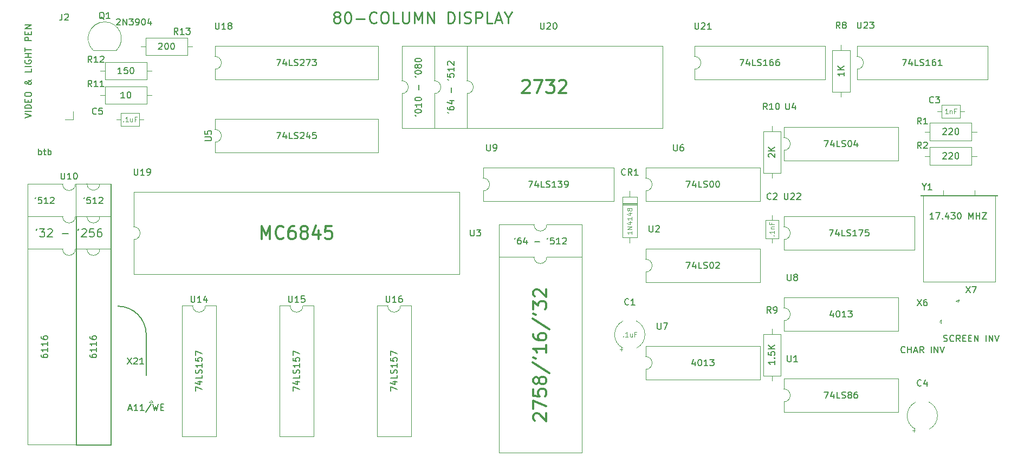
<source format=gbr>
G04 #@! TF.GenerationSoftware,KiCad,Pcbnew,(6.0.5-0)*
G04 #@! TF.CreationDate,2022-09-20T02:49:25-07:00*
G04 #@! TF.ProjectId,80ColumnCard,3830436f-6c75-46d6-9e43-6172642e6b69,rev?*
G04 #@! TF.SameCoordinates,Original*
G04 #@! TF.FileFunction,Legend,Top*
G04 #@! TF.FilePolarity,Positive*
%FSLAX46Y46*%
G04 Gerber Fmt 4.6, Leading zero omitted, Abs format (unit mm)*
G04 Created by KiCad (PCBNEW (6.0.5-0)) date 2022-09-20 02:49:25*
%MOMM*%
%LPD*%
G01*
G04 APERTURE LIST*
%ADD10C,0.150000*%
%ADD11C,0.254000*%
%ADD12C,0.100000*%
%ADD13C,0.300000*%
%ADD14C,0.120000*%
G04 APERTURE END LIST*
D10*
X114935000Y-103505000D02*
X114935000Y-109855000D01*
X114935000Y-103505000D02*
G75*
G03*
X110490000Y-99060000I-4445000J0D01*
G01*
D11*
X144610666Y-53763333D02*
X144441333Y-53678666D01*
X144356666Y-53594000D01*
X144272000Y-53424666D01*
X144272000Y-53340000D01*
X144356666Y-53170666D01*
X144441333Y-53086000D01*
X144610666Y-53001333D01*
X144949333Y-53001333D01*
X145118666Y-53086000D01*
X145203333Y-53170666D01*
X145288000Y-53340000D01*
X145288000Y-53424666D01*
X145203333Y-53594000D01*
X145118666Y-53678666D01*
X144949333Y-53763333D01*
X144610666Y-53763333D01*
X144441333Y-53848000D01*
X144356666Y-53932666D01*
X144272000Y-54102000D01*
X144272000Y-54440666D01*
X144356666Y-54610000D01*
X144441333Y-54694666D01*
X144610666Y-54779333D01*
X144949333Y-54779333D01*
X145118666Y-54694666D01*
X145203333Y-54610000D01*
X145288000Y-54440666D01*
X145288000Y-54102000D01*
X145203333Y-53932666D01*
X145118666Y-53848000D01*
X144949333Y-53763333D01*
X146388666Y-53001333D02*
X146558000Y-53001333D01*
X146727333Y-53086000D01*
X146812000Y-53170666D01*
X146896666Y-53340000D01*
X146981333Y-53678666D01*
X146981333Y-54102000D01*
X146896666Y-54440666D01*
X146812000Y-54610000D01*
X146727333Y-54694666D01*
X146558000Y-54779333D01*
X146388666Y-54779333D01*
X146219333Y-54694666D01*
X146134666Y-54610000D01*
X146050000Y-54440666D01*
X145965333Y-54102000D01*
X145965333Y-53678666D01*
X146050000Y-53340000D01*
X146134666Y-53170666D01*
X146219333Y-53086000D01*
X146388666Y-53001333D01*
X147743333Y-54102000D02*
X149098000Y-54102000D01*
X150960666Y-54610000D02*
X150876000Y-54694666D01*
X150622000Y-54779333D01*
X150452666Y-54779333D01*
X150198666Y-54694666D01*
X150029333Y-54525333D01*
X149944666Y-54356000D01*
X149860000Y-54017333D01*
X149860000Y-53763333D01*
X149944666Y-53424666D01*
X150029333Y-53255333D01*
X150198666Y-53086000D01*
X150452666Y-53001333D01*
X150622000Y-53001333D01*
X150876000Y-53086000D01*
X150960666Y-53170666D01*
X152061333Y-53001333D02*
X152400000Y-53001333D01*
X152569333Y-53086000D01*
X152738666Y-53255333D01*
X152823333Y-53594000D01*
X152823333Y-54186666D01*
X152738666Y-54525333D01*
X152569333Y-54694666D01*
X152400000Y-54779333D01*
X152061333Y-54779333D01*
X151892000Y-54694666D01*
X151722666Y-54525333D01*
X151638000Y-54186666D01*
X151638000Y-53594000D01*
X151722666Y-53255333D01*
X151892000Y-53086000D01*
X152061333Y-53001333D01*
X154432000Y-54779333D02*
X153585333Y-54779333D01*
X153585333Y-53001333D01*
X155024666Y-53001333D02*
X155024666Y-54440666D01*
X155109333Y-54610000D01*
X155194000Y-54694666D01*
X155363333Y-54779333D01*
X155702000Y-54779333D01*
X155871333Y-54694666D01*
X155956000Y-54610000D01*
X156040666Y-54440666D01*
X156040666Y-53001333D01*
X156887333Y-54779333D02*
X156887333Y-53001333D01*
X157480000Y-54271333D01*
X158072666Y-53001333D01*
X158072666Y-54779333D01*
X158919333Y-54779333D02*
X158919333Y-53001333D01*
X159935333Y-54779333D01*
X159935333Y-53001333D01*
X162136666Y-54779333D02*
X162136666Y-53001333D01*
X162560000Y-53001333D01*
X162814000Y-53086000D01*
X162983333Y-53255333D01*
X163068000Y-53424666D01*
X163152666Y-53763333D01*
X163152666Y-54017333D01*
X163068000Y-54356000D01*
X162983333Y-54525333D01*
X162814000Y-54694666D01*
X162560000Y-54779333D01*
X162136666Y-54779333D01*
X163914666Y-54779333D02*
X163914666Y-53001333D01*
X164676666Y-54694666D02*
X164930666Y-54779333D01*
X165354000Y-54779333D01*
X165523333Y-54694666D01*
X165608000Y-54610000D01*
X165692666Y-54440666D01*
X165692666Y-54271333D01*
X165608000Y-54102000D01*
X165523333Y-54017333D01*
X165354000Y-53932666D01*
X165015333Y-53848000D01*
X164846000Y-53763333D01*
X164761333Y-53678666D01*
X164676666Y-53509333D01*
X164676666Y-53340000D01*
X164761333Y-53170666D01*
X164846000Y-53086000D01*
X165015333Y-53001333D01*
X165438666Y-53001333D01*
X165692666Y-53086000D01*
X166454666Y-54779333D02*
X166454666Y-53001333D01*
X167132000Y-53001333D01*
X167301333Y-53086000D01*
X167386000Y-53170666D01*
X167470666Y-53340000D01*
X167470666Y-53594000D01*
X167386000Y-53763333D01*
X167301333Y-53848000D01*
X167132000Y-53932666D01*
X166454666Y-53932666D01*
X169079333Y-54779333D02*
X168232666Y-54779333D01*
X168232666Y-53001333D01*
X169587333Y-54271333D02*
X170434000Y-54271333D01*
X169418000Y-54779333D02*
X170010666Y-53001333D01*
X170603333Y-54779333D01*
X171534666Y-53932666D02*
X171534666Y-54779333D01*
X170942000Y-53001333D02*
X171534666Y-53932666D01*
X172127333Y-53001333D01*
D10*
X98107619Y-75382380D02*
X98107619Y-74382380D01*
X98107619Y-74763333D02*
X98202857Y-74715714D01*
X98393333Y-74715714D01*
X98488571Y-74763333D01*
X98536190Y-74810952D01*
X98583809Y-74906190D01*
X98583809Y-75191904D01*
X98536190Y-75287142D01*
X98488571Y-75334761D01*
X98393333Y-75382380D01*
X98202857Y-75382380D01*
X98107619Y-75334761D01*
X98869523Y-74715714D02*
X99250476Y-74715714D01*
X99012380Y-74382380D02*
X99012380Y-75239523D01*
X99060000Y-75334761D01*
X99155238Y-75382380D01*
X99250476Y-75382380D01*
X99583809Y-75382380D02*
X99583809Y-74382380D01*
X99583809Y-74763333D02*
X99679047Y-74715714D01*
X99869523Y-74715714D01*
X99964761Y-74763333D01*
X100012380Y-74810952D01*
X100060000Y-74906190D01*
X100060000Y-75191904D01*
X100012380Y-75287142D01*
X99964761Y-75334761D01*
X99869523Y-75382380D01*
X99679047Y-75382380D01*
X99583809Y-75334761D01*
G04 #@! TO.C,U10W28*
X97850476Y-86934523D02*
X97729523Y-87176428D01*
X98273809Y-86934523D02*
X99060000Y-86934523D01*
X98636666Y-87418333D01*
X98818095Y-87418333D01*
X98939047Y-87478809D01*
X98999523Y-87539285D01*
X99060000Y-87660238D01*
X99060000Y-87962619D01*
X98999523Y-88083571D01*
X98939047Y-88144047D01*
X98818095Y-88204523D01*
X98455238Y-88204523D01*
X98334285Y-88144047D01*
X98273809Y-88083571D01*
X99543809Y-87055476D02*
X99604285Y-86995000D01*
X99725238Y-86934523D01*
X100027619Y-86934523D01*
X100148571Y-86995000D01*
X100209047Y-87055476D01*
X100269523Y-87176428D01*
X100269523Y-87297380D01*
X100209047Y-87478809D01*
X99483333Y-88204523D01*
X100269523Y-88204523D01*
X101781428Y-87720714D02*
X102749047Y-87720714D01*
X104381904Y-86934523D02*
X104260952Y-87176428D01*
X104865714Y-87055476D02*
X104926190Y-86995000D01*
X105047142Y-86934523D01*
X105349523Y-86934523D01*
X105470476Y-86995000D01*
X105530952Y-87055476D01*
X105591428Y-87176428D01*
X105591428Y-87297380D01*
X105530952Y-87478809D01*
X104805238Y-88204523D01*
X105591428Y-88204523D01*
X106740476Y-86934523D02*
X106135714Y-86934523D01*
X106075238Y-87539285D01*
X106135714Y-87478809D01*
X106256666Y-87418333D01*
X106559047Y-87418333D01*
X106680000Y-87478809D01*
X106740476Y-87539285D01*
X106800952Y-87660238D01*
X106800952Y-87962619D01*
X106740476Y-88083571D01*
X106680000Y-88144047D01*
X106559047Y-88204523D01*
X106256666Y-88204523D01*
X106135714Y-88144047D01*
X106075238Y-88083571D01*
X107889523Y-86934523D02*
X107647619Y-86934523D01*
X107526666Y-86995000D01*
X107466190Y-87055476D01*
X107345238Y-87236904D01*
X107284761Y-87478809D01*
X107284761Y-87962619D01*
X107345238Y-88083571D01*
X107405714Y-88144047D01*
X107526666Y-88204523D01*
X107768571Y-88204523D01*
X107889523Y-88144047D01*
X107950000Y-88083571D01*
X108010476Y-87962619D01*
X108010476Y-87660238D01*
X107950000Y-87539285D01*
X107889523Y-87478809D01*
X107768571Y-87418333D01*
X107526666Y-87418333D01*
X107405714Y-87478809D01*
X107345238Y-87539285D01*
X107284761Y-87660238D01*
G04 #@! TO.C,U10W24*
X98512380Y-106648095D02*
X98512380Y-106838571D01*
X98560000Y-106933809D01*
X98607619Y-106981428D01*
X98750476Y-107076666D01*
X98940952Y-107124285D01*
X99321904Y-107124285D01*
X99417142Y-107076666D01*
X99464761Y-107029047D01*
X99512380Y-106933809D01*
X99512380Y-106743333D01*
X99464761Y-106648095D01*
X99417142Y-106600476D01*
X99321904Y-106552857D01*
X99083809Y-106552857D01*
X98988571Y-106600476D01*
X98940952Y-106648095D01*
X98893333Y-106743333D01*
X98893333Y-106933809D01*
X98940952Y-107029047D01*
X98988571Y-107076666D01*
X99083809Y-107124285D01*
X99512380Y-105600476D02*
X99512380Y-106171904D01*
X99512380Y-105886190D02*
X98512380Y-105886190D01*
X98655238Y-105981428D01*
X98750476Y-106076666D01*
X98798095Y-106171904D01*
X99512380Y-104648095D02*
X99512380Y-105219523D01*
X99512380Y-104933809D02*
X98512380Y-104933809D01*
X98655238Y-105029047D01*
X98750476Y-105124285D01*
X98798095Y-105219523D01*
X98512380Y-103790952D02*
X98512380Y-103981428D01*
X98560000Y-104076666D01*
X98607619Y-104124285D01*
X98750476Y-104219523D01*
X98940952Y-104267142D01*
X99321904Y-104267142D01*
X99417142Y-104219523D01*
X99464761Y-104171904D01*
X99512380Y-104076666D01*
X99512380Y-103886190D01*
X99464761Y-103790952D01*
X99417142Y-103743333D01*
X99321904Y-103695714D01*
X99083809Y-103695714D01*
X98988571Y-103743333D01*
X98940952Y-103790952D01*
X98893333Y-103886190D01*
X98893333Y-104076666D01*
X98940952Y-104171904D01*
X98988571Y-104219523D01*
X99083809Y-104267142D01*
G04 #@! TO.C,U10W32*
X97679047Y-82002380D02*
X97583809Y-82192857D01*
X98583809Y-82002380D02*
X98107619Y-82002380D01*
X98060000Y-82478571D01*
X98107619Y-82430952D01*
X98202857Y-82383333D01*
X98440952Y-82383333D01*
X98536190Y-82430952D01*
X98583809Y-82478571D01*
X98631428Y-82573809D01*
X98631428Y-82811904D01*
X98583809Y-82907142D01*
X98536190Y-82954761D01*
X98440952Y-83002380D01*
X98202857Y-83002380D01*
X98107619Y-82954761D01*
X98060000Y-82907142D01*
X99583809Y-83002380D02*
X99012380Y-83002380D01*
X99298095Y-83002380D02*
X99298095Y-82002380D01*
X99202857Y-82145238D01*
X99107619Y-82240476D01*
X99012380Y-82288095D01*
X99964761Y-82097619D02*
X100012380Y-82050000D01*
X100107619Y-82002380D01*
X100345714Y-82002380D01*
X100440952Y-82050000D01*
X100488571Y-82097619D01*
X100536190Y-82192857D01*
X100536190Y-82288095D01*
X100488571Y-82430952D01*
X99917142Y-83002380D01*
X100536190Y-83002380D01*
G04 #@! TO.C,U10N32*
X105279047Y-82002380D02*
X105183809Y-82192857D01*
X106183809Y-82002380D02*
X105707619Y-82002380D01*
X105660000Y-82478571D01*
X105707619Y-82430952D01*
X105802857Y-82383333D01*
X106040952Y-82383333D01*
X106136190Y-82430952D01*
X106183809Y-82478571D01*
X106231428Y-82573809D01*
X106231428Y-82811904D01*
X106183809Y-82907142D01*
X106136190Y-82954761D01*
X106040952Y-83002380D01*
X105802857Y-83002380D01*
X105707619Y-82954761D01*
X105660000Y-82907142D01*
X107183809Y-83002380D02*
X106612380Y-83002380D01*
X106898095Y-83002380D02*
X106898095Y-82002380D01*
X106802857Y-82145238D01*
X106707619Y-82240476D01*
X106612380Y-82288095D01*
X107564761Y-82097619D02*
X107612380Y-82050000D01*
X107707619Y-82002380D01*
X107945714Y-82002380D01*
X108040952Y-82050000D01*
X108088571Y-82097619D01*
X108136190Y-82192857D01*
X108136190Y-82288095D01*
X108088571Y-82430952D01*
X107517142Y-83002380D01*
X108136190Y-83002380D01*
G04 #@! TO.C,X21*
X111998285Y-107148380D02*
X112664952Y-108148380D01*
X112664952Y-107148380D02*
X111998285Y-108148380D01*
X112998285Y-107243619D02*
X113045904Y-107196000D01*
X113141142Y-107148380D01*
X113379238Y-107148380D01*
X113474476Y-107196000D01*
X113522095Y-107243619D01*
X113569714Y-107338857D01*
X113569714Y-107434095D01*
X113522095Y-107576952D01*
X112950666Y-108148380D01*
X113569714Y-108148380D01*
X114522095Y-108148380D02*
X113950666Y-108148380D01*
X114236380Y-108148380D02*
X114236380Y-107148380D01*
X114141142Y-107291238D01*
X114045904Y-107386476D01*
X113950666Y-107434095D01*
X112196904Y-115101666D02*
X112673095Y-115101666D01*
X112101666Y-115387380D02*
X112435000Y-114387380D01*
X112768333Y-115387380D01*
X113625476Y-115387380D02*
X113054047Y-115387380D01*
X113339761Y-115387380D02*
X113339761Y-114387380D01*
X113244523Y-114530238D01*
X113149285Y-114625476D01*
X113054047Y-114673095D01*
X114577857Y-115387380D02*
X114006428Y-115387380D01*
X114292142Y-115387380D02*
X114292142Y-114387380D01*
X114196904Y-114530238D01*
X114101666Y-114625476D01*
X114006428Y-114673095D01*
X115720714Y-114339761D02*
X114863571Y-115625476D01*
X115958809Y-114387380D02*
X116196904Y-115387380D01*
X116387380Y-114673095D01*
X116577857Y-115387380D01*
X116815952Y-114387380D01*
X117196904Y-114863571D02*
X117530238Y-114863571D01*
X117673095Y-115387380D02*
X117196904Y-115387380D01*
X117196904Y-114387380D01*
X117673095Y-114387380D01*
G04 #@! TO.C,U14*
X121951904Y-97452380D02*
X121951904Y-98261904D01*
X121999523Y-98357142D01*
X122047142Y-98404761D01*
X122142380Y-98452380D01*
X122332857Y-98452380D01*
X122428095Y-98404761D01*
X122475714Y-98357142D01*
X122523333Y-98261904D01*
X122523333Y-97452380D01*
X123523333Y-98452380D02*
X122951904Y-98452380D01*
X123237619Y-98452380D02*
X123237619Y-97452380D01*
X123142380Y-97595238D01*
X123047142Y-97690476D01*
X122951904Y-97738095D01*
X124380476Y-97785714D02*
X124380476Y-98452380D01*
X124142380Y-97404761D02*
X123904285Y-98119047D01*
X124523333Y-98119047D01*
X122642380Y-112339047D02*
X122642380Y-111672380D01*
X123642380Y-112100952D01*
X122975714Y-110862857D02*
X123642380Y-110862857D01*
X122594761Y-111100952D02*
X123309047Y-111339047D01*
X123309047Y-110720000D01*
X123642380Y-109862857D02*
X123642380Y-110339047D01*
X122642380Y-110339047D01*
X123594761Y-109577142D02*
X123642380Y-109434285D01*
X123642380Y-109196190D01*
X123594761Y-109100952D01*
X123547142Y-109053333D01*
X123451904Y-109005714D01*
X123356666Y-109005714D01*
X123261428Y-109053333D01*
X123213809Y-109100952D01*
X123166190Y-109196190D01*
X123118571Y-109386666D01*
X123070952Y-109481904D01*
X123023333Y-109529523D01*
X122928095Y-109577142D01*
X122832857Y-109577142D01*
X122737619Y-109529523D01*
X122690000Y-109481904D01*
X122642380Y-109386666D01*
X122642380Y-109148571D01*
X122690000Y-109005714D01*
X123642380Y-108053333D02*
X123642380Y-108624761D01*
X123642380Y-108339047D02*
X122642380Y-108339047D01*
X122785238Y-108434285D01*
X122880476Y-108529523D01*
X122928095Y-108624761D01*
X122642380Y-107148571D02*
X122642380Y-107624761D01*
X123118571Y-107672380D01*
X123070952Y-107624761D01*
X123023333Y-107529523D01*
X123023333Y-107291428D01*
X123070952Y-107196190D01*
X123118571Y-107148571D01*
X123213809Y-107100952D01*
X123451904Y-107100952D01*
X123547142Y-107148571D01*
X123594761Y-107196190D01*
X123642380Y-107291428D01*
X123642380Y-107529523D01*
X123594761Y-107624761D01*
X123547142Y-107672380D01*
X122642380Y-106767619D02*
X122642380Y-106100952D01*
X123642380Y-106529523D01*
G04 #@! TO.C,C3*
X237958333Y-67159142D02*
X237910714Y-67206761D01*
X237767857Y-67254380D01*
X237672619Y-67254380D01*
X237529761Y-67206761D01*
X237434523Y-67111523D01*
X237386904Y-67016285D01*
X237339285Y-66825809D01*
X237339285Y-66682952D01*
X237386904Y-66492476D01*
X237434523Y-66397238D01*
X237529761Y-66302000D01*
X237672619Y-66254380D01*
X237767857Y-66254380D01*
X237910714Y-66302000D01*
X237958333Y-66349619D01*
X238291666Y-66254380D02*
X238910714Y-66254380D01*
X238577380Y-66635333D01*
X238720238Y-66635333D01*
X238815476Y-66682952D01*
X238863095Y-66730571D01*
X238910714Y-66825809D01*
X238910714Y-67063904D01*
X238863095Y-67159142D01*
X238815476Y-67206761D01*
X238720238Y-67254380D01*
X238434523Y-67254380D01*
X238339285Y-67206761D01*
X238291666Y-67159142D01*
D12*
X240218571Y-68919285D02*
X239790000Y-68919285D01*
X240004285Y-68919285D02*
X240004285Y-68169285D01*
X239932857Y-68276428D01*
X239861428Y-68347857D01*
X239790000Y-68383571D01*
X240540000Y-68419285D02*
X240540000Y-68919285D01*
X240540000Y-68490714D02*
X240575714Y-68455000D01*
X240647142Y-68419285D01*
X240754285Y-68419285D01*
X240825714Y-68455000D01*
X240861428Y-68526428D01*
X240861428Y-68919285D01*
X241468571Y-68526428D02*
X241218571Y-68526428D01*
X241218571Y-68919285D02*
X241218571Y-68169285D01*
X241575714Y-68169285D01*
D10*
G04 #@! TO.C,Q1*
X108362761Y-54137619D02*
X108267523Y-54090000D01*
X108172285Y-53994761D01*
X108029428Y-53851904D01*
X107934190Y-53804285D01*
X107838952Y-53804285D01*
X107886571Y-54042380D02*
X107791333Y-53994761D01*
X107696095Y-53899523D01*
X107648476Y-53709047D01*
X107648476Y-53375714D01*
X107696095Y-53185238D01*
X107791333Y-53090000D01*
X107886571Y-53042380D01*
X108077047Y-53042380D01*
X108172285Y-53090000D01*
X108267523Y-53185238D01*
X108315142Y-53375714D01*
X108315142Y-53709047D01*
X108267523Y-53899523D01*
X108172285Y-53994761D01*
X108077047Y-54042380D01*
X107886571Y-54042380D01*
X109267523Y-54042380D02*
X108696095Y-54042380D01*
X108981809Y-54042380D02*
X108981809Y-53042380D01*
X108886571Y-53185238D01*
X108791333Y-53280476D01*
X108696095Y-53328095D01*
X110315714Y-54157619D02*
X110363333Y-54110000D01*
X110458571Y-54062380D01*
X110696666Y-54062380D01*
X110791904Y-54110000D01*
X110839523Y-54157619D01*
X110887142Y-54252857D01*
X110887142Y-54348095D01*
X110839523Y-54490952D01*
X110268095Y-55062380D01*
X110887142Y-55062380D01*
X111315714Y-55062380D02*
X111315714Y-54062380D01*
X111887142Y-55062380D01*
X111887142Y-54062380D01*
X112268095Y-54062380D02*
X112887142Y-54062380D01*
X112553809Y-54443333D01*
X112696666Y-54443333D01*
X112791904Y-54490952D01*
X112839523Y-54538571D01*
X112887142Y-54633809D01*
X112887142Y-54871904D01*
X112839523Y-54967142D01*
X112791904Y-55014761D01*
X112696666Y-55062380D01*
X112410952Y-55062380D01*
X112315714Y-55014761D01*
X112268095Y-54967142D01*
X113363333Y-55062380D02*
X113553809Y-55062380D01*
X113649047Y-55014761D01*
X113696666Y-54967142D01*
X113791904Y-54824285D01*
X113839523Y-54633809D01*
X113839523Y-54252857D01*
X113791904Y-54157619D01*
X113744285Y-54110000D01*
X113649047Y-54062380D01*
X113458571Y-54062380D01*
X113363333Y-54110000D01*
X113315714Y-54157619D01*
X113268095Y-54252857D01*
X113268095Y-54490952D01*
X113315714Y-54586190D01*
X113363333Y-54633809D01*
X113458571Y-54681428D01*
X113649047Y-54681428D01*
X113744285Y-54633809D01*
X113791904Y-54586190D01*
X113839523Y-54490952D01*
X114458571Y-54062380D02*
X114553809Y-54062380D01*
X114649047Y-54110000D01*
X114696666Y-54157619D01*
X114744285Y-54252857D01*
X114791904Y-54443333D01*
X114791904Y-54681428D01*
X114744285Y-54871904D01*
X114696666Y-54967142D01*
X114649047Y-55014761D01*
X114553809Y-55062380D01*
X114458571Y-55062380D01*
X114363333Y-55014761D01*
X114315714Y-54967142D01*
X114268095Y-54871904D01*
X114220476Y-54681428D01*
X114220476Y-54443333D01*
X114268095Y-54252857D01*
X114315714Y-54157619D01*
X114363333Y-54110000D01*
X114458571Y-54062380D01*
X115649047Y-54395714D02*
X115649047Y-55062380D01*
X115410952Y-54014761D02*
X115172857Y-54729047D01*
X115791904Y-54729047D01*
G04 #@! TO.C,U21*
X200691904Y-54697380D02*
X200691904Y-55506904D01*
X200739523Y-55602142D01*
X200787142Y-55649761D01*
X200882380Y-55697380D01*
X201072857Y-55697380D01*
X201168095Y-55649761D01*
X201215714Y-55602142D01*
X201263333Y-55506904D01*
X201263333Y-54697380D01*
X201691904Y-54792619D02*
X201739523Y-54745000D01*
X201834761Y-54697380D01*
X202072857Y-54697380D01*
X202168095Y-54745000D01*
X202215714Y-54792619D01*
X202263333Y-54887857D01*
X202263333Y-54983095D01*
X202215714Y-55125952D01*
X201644285Y-55697380D01*
X202263333Y-55697380D01*
X203215714Y-55697380D02*
X202644285Y-55697380D01*
X202930000Y-55697380D02*
X202930000Y-54697380D01*
X202834761Y-54840238D01*
X202739523Y-54935476D01*
X202644285Y-54983095D01*
X207700952Y-60412380D02*
X208367619Y-60412380D01*
X207939047Y-61412380D01*
X209177142Y-60745714D02*
X209177142Y-61412380D01*
X208939047Y-60364761D02*
X208700952Y-61079047D01*
X209320000Y-61079047D01*
X210177142Y-61412380D02*
X209700952Y-61412380D01*
X209700952Y-60412380D01*
X210462857Y-61364761D02*
X210605714Y-61412380D01*
X210843809Y-61412380D01*
X210939047Y-61364761D01*
X210986666Y-61317142D01*
X211034285Y-61221904D01*
X211034285Y-61126666D01*
X210986666Y-61031428D01*
X210939047Y-60983809D01*
X210843809Y-60936190D01*
X210653333Y-60888571D01*
X210558095Y-60840952D01*
X210510476Y-60793333D01*
X210462857Y-60698095D01*
X210462857Y-60602857D01*
X210510476Y-60507619D01*
X210558095Y-60460000D01*
X210653333Y-60412380D01*
X210891428Y-60412380D01*
X211034285Y-60460000D01*
X211986666Y-61412380D02*
X211415238Y-61412380D01*
X211700952Y-61412380D02*
X211700952Y-60412380D01*
X211605714Y-60555238D01*
X211510476Y-60650476D01*
X211415238Y-60698095D01*
X212843809Y-60412380D02*
X212653333Y-60412380D01*
X212558095Y-60460000D01*
X212510476Y-60507619D01*
X212415238Y-60650476D01*
X212367619Y-60840952D01*
X212367619Y-61221904D01*
X212415238Y-61317142D01*
X212462857Y-61364761D01*
X212558095Y-61412380D01*
X212748571Y-61412380D01*
X212843809Y-61364761D01*
X212891428Y-61317142D01*
X212939047Y-61221904D01*
X212939047Y-60983809D01*
X212891428Y-60888571D01*
X212843809Y-60840952D01*
X212748571Y-60793333D01*
X212558095Y-60793333D01*
X212462857Y-60840952D01*
X212415238Y-60888571D01*
X212367619Y-60983809D01*
X213796190Y-60412380D02*
X213605714Y-60412380D01*
X213510476Y-60460000D01*
X213462857Y-60507619D01*
X213367619Y-60650476D01*
X213320000Y-60840952D01*
X213320000Y-61221904D01*
X213367619Y-61317142D01*
X213415238Y-61364761D01*
X213510476Y-61412380D01*
X213700952Y-61412380D01*
X213796190Y-61364761D01*
X213843809Y-61317142D01*
X213891428Y-61221904D01*
X213891428Y-60983809D01*
X213843809Y-60888571D01*
X213796190Y-60840952D01*
X213700952Y-60793333D01*
X213510476Y-60793333D01*
X213415238Y-60840952D01*
X213367619Y-60888571D01*
X213320000Y-60983809D01*
G04 #@! TO.C,U2*
X193548095Y-86447380D02*
X193548095Y-87256904D01*
X193595714Y-87352142D01*
X193643333Y-87399761D01*
X193738571Y-87447380D01*
X193929047Y-87447380D01*
X194024285Y-87399761D01*
X194071904Y-87352142D01*
X194119523Y-87256904D01*
X194119523Y-86447380D01*
X194548095Y-86542619D02*
X194595714Y-86495000D01*
X194690952Y-86447380D01*
X194929047Y-86447380D01*
X195024285Y-86495000D01*
X195071904Y-86542619D01*
X195119523Y-86637857D01*
X195119523Y-86733095D01*
X195071904Y-86875952D01*
X194500476Y-87447380D01*
X195119523Y-87447380D01*
X199287142Y-92162380D02*
X199953809Y-92162380D01*
X199525238Y-93162380D01*
X200763333Y-92495714D02*
X200763333Y-93162380D01*
X200525238Y-92114761D02*
X200287142Y-92829047D01*
X200906190Y-92829047D01*
X201763333Y-93162380D02*
X201287142Y-93162380D01*
X201287142Y-92162380D01*
X202049047Y-93114761D02*
X202191904Y-93162380D01*
X202430000Y-93162380D01*
X202525238Y-93114761D01*
X202572857Y-93067142D01*
X202620476Y-92971904D01*
X202620476Y-92876666D01*
X202572857Y-92781428D01*
X202525238Y-92733809D01*
X202430000Y-92686190D01*
X202239523Y-92638571D01*
X202144285Y-92590952D01*
X202096666Y-92543333D01*
X202049047Y-92448095D01*
X202049047Y-92352857D01*
X202096666Y-92257619D01*
X202144285Y-92210000D01*
X202239523Y-92162380D01*
X202477619Y-92162380D01*
X202620476Y-92210000D01*
X203239523Y-92162380D02*
X203334761Y-92162380D01*
X203430000Y-92210000D01*
X203477619Y-92257619D01*
X203525238Y-92352857D01*
X203572857Y-92543333D01*
X203572857Y-92781428D01*
X203525238Y-92971904D01*
X203477619Y-93067142D01*
X203430000Y-93114761D01*
X203334761Y-93162380D01*
X203239523Y-93162380D01*
X203144285Y-93114761D01*
X203096666Y-93067142D01*
X203049047Y-92971904D01*
X203001428Y-92781428D01*
X203001428Y-92543333D01*
X203049047Y-92352857D01*
X203096666Y-92257619D01*
X203144285Y-92210000D01*
X203239523Y-92162380D01*
X203953809Y-92257619D02*
X204001428Y-92210000D01*
X204096666Y-92162380D01*
X204334761Y-92162380D01*
X204430000Y-92210000D01*
X204477619Y-92257619D01*
X204525238Y-92352857D01*
X204525238Y-92448095D01*
X204477619Y-92590952D01*
X203906190Y-93162380D01*
X204525238Y-93162380D01*
G04 #@! TO.C,C4*
X236053333Y-111482142D02*
X236005714Y-111529761D01*
X235862857Y-111577380D01*
X235767619Y-111577380D01*
X235624761Y-111529761D01*
X235529523Y-111434523D01*
X235481904Y-111339285D01*
X235434285Y-111148809D01*
X235434285Y-111005952D01*
X235481904Y-110815476D01*
X235529523Y-110720238D01*
X235624761Y-110625000D01*
X235767619Y-110577380D01*
X235862857Y-110577380D01*
X236005714Y-110625000D01*
X236053333Y-110672619D01*
X236910476Y-110910714D02*
X236910476Y-111577380D01*
X236672380Y-110529761D02*
X236434285Y-111244047D01*
X237053333Y-111244047D01*
G04 #@! TO.C,U20*
X176561904Y-54697380D02*
X176561904Y-55506904D01*
X176609523Y-55602142D01*
X176657142Y-55649761D01*
X176752380Y-55697380D01*
X176942857Y-55697380D01*
X177038095Y-55649761D01*
X177085714Y-55602142D01*
X177133333Y-55506904D01*
X177133333Y-54697380D01*
X177561904Y-54792619D02*
X177609523Y-54745000D01*
X177704761Y-54697380D01*
X177942857Y-54697380D01*
X178038095Y-54745000D01*
X178085714Y-54792619D01*
X178133333Y-54887857D01*
X178133333Y-54983095D01*
X178085714Y-55125952D01*
X177514285Y-55697380D01*
X178133333Y-55697380D01*
X178752380Y-54697380D02*
X178847619Y-54697380D01*
X178942857Y-54745000D01*
X178990476Y-54792619D01*
X179038095Y-54887857D01*
X179085714Y-55078333D01*
X179085714Y-55316428D01*
X179038095Y-55506904D01*
X178990476Y-55602142D01*
X178942857Y-55649761D01*
X178847619Y-55697380D01*
X178752380Y-55697380D01*
X178657142Y-55649761D01*
X178609523Y-55602142D01*
X178561904Y-55506904D01*
X178514285Y-55316428D01*
X178514285Y-55078333D01*
X178561904Y-54887857D01*
X178609523Y-54792619D01*
X178657142Y-54745000D01*
X178752380Y-54697380D01*
D13*
X173736428Y-63865238D02*
X173831666Y-63770000D01*
X174022142Y-63674761D01*
X174498333Y-63674761D01*
X174688809Y-63770000D01*
X174784047Y-63865238D01*
X174879285Y-64055714D01*
X174879285Y-64246190D01*
X174784047Y-64531904D01*
X173641190Y-65674761D01*
X174879285Y-65674761D01*
X175545952Y-63674761D02*
X176879285Y-63674761D01*
X176022142Y-65674761D01*
X177450714Y-63674761D02*
X178688809Y-63674761D01*
X178022142Y-64436666D01*
X178307857Y-64436666D01*
X178498333Y-64531904D01*
X178593571Y-64627142D01*
X178688809Y-64817619D01*
X178688809Y-65293809D01*
X178593571Y-65484285D01*
X178498333Y-65579523D01*
X178307857Y-65674761D01*
X177736428Y-65674761D01*
X177545952Y-65579523D01*
X177450714Y-65484285D01*
X179450714Y-63865238D02*
X179545952Y-63770000D01*
X179736428Y-63674761D01*
X180212619Y-63674761D01*
X180403095Y-63770000D01*
X180498333Y-63865238D01*
X180593571Y-64055714D01*
X180593571Y-64246190D01*
X180498333Y-64531904D01*
X179355476Y-65674761D01*
X180593571Y-65674761D01*
D10*
G04 #@! TO.C,U4*
X214884095Y-67270380D02*
X214884095Y-68079904D01*
X214931714Y-68175142D01*
X214979333Y-68222761D01*
X215074571Y-68270380D01*
X215265047Y-68270380D01*
X215360285Y-68222761D01*
X215407904Y-68175142D01*
X215455523Y-68079904D01*
X215455523Y-67270380D01*
X216360285Y-67603714D02*
X216360285Y-68270380D01*
X216122190Y-67222761D02*
X215884095Y-67937047D01*
X216503142Y-67937047D01*
X220877142Y-73112380D02*
X221543809Y-73112380D01*
X221115238Y-74112380D01*
X222353333Y-73445714D02*
X222353333Y-74112380D01*
X222115238Y-73064761D02*
X221877142Y-73779047D01*
X222496190Y-73779047D01*
X223353333Y-74112380D02*
X222877142Y-74112380D01*
X222877142Y-73112380D01*
X223639047Y-74064761D02*
X223781904Y-74112380D01*
X224020000Y-74112380D01*
X224115238Y-74064761D01*
X224162857Y-74017142D01*
X224210476Y-73921904D01*
X224210476Y-73826666D01*
X224162857Y-73731428D01*
X224115238Y-73683809D01*
X224020000Y-73636190D01*
X223829523Y-73588571D01*
X223734285Y-73540952D01*
X223686666Y-73493333D01*
X223639047Y-73398095D01*
X223639047Y-73302857D01*
X223686666Y-73207619D01*
X223734285Y-73160000D01*
X223829523Y-73112380D01*
X224067619Y-73112380D01*
X224210476Y-73160000D01*
X224829523Y-73112380D02*
X224924761Y-73112380D01*
X225020000Y-73160000D01*
X225067619Y-73207619D01*
X225115238Y-73302857D01*
X225162857Y-73493333D01*
X225162857Y-73731428D01*
X225115238Y-73921904D01*
X225067619Y-74017142D01*
X225020000Y-74064761D01*
X224924761Y-74112380D01*
X224829523Y-74112380D01*
X224734285Y-74064761D01*
X224686666Y-74017142D01*
X224639047Y-73921904D01*
X224591428Y-73731428D01*
X224591428Y-73493333D01*
X224639047Y-73302857D01*
X224686666Y-73207619D01*
X224734285Y-73160000D01*
X224829523Y-73112380D01*
X226020000Y-73445714D02*
X226020000Y-74112380D01*
X225781904Y-73064761D02*
X225543809Y-73779047D01*
X226162857Y-73779047D01*
G04 #@! TO.C,U9*
X168148095Y-73747380D02*
X168148095Y-74556904D01*
X168195714Y-74652142D01*
X168243333Y-74699761D01*
X168338571Y-74747380D01*
X168529047Y-74747380D01*
X168624285Y-74699761D01*
X168671904Y-74652142D01*
X168719523Y-74556904D01*
X168719523Y-73747380D01*
X169243333Y-74747380D02*
X169433809Y-74747380D01*
X169529047Y-74699761D01*
X169576666Y-74652142D01*
X169671904Y-74509285D01*
X169719523Y-74318809D01*
X169719523Y-73937857D01*
X169671904Y-73842619D01*
X169624285Y-73795000D01*
X169529047Y-73747380D01*
X169338571Y-73747380D01*
X169243333Y-73795000D01*
X169195714Y-73842619D01*
X169148095Y-73937857D01*
X169148095Y-74175952D01*
X169195714Y-74271190D01*
X169243333Y-74318809D01*
X169338571Y-74366428D01*
X169529047Y-74366428D01*
X169624285Y-74318809D01*
X169671904Y-74271190D01*
X169719523Y-74175952D01*
X174680952Y-79462380D02*
X175347619Y-79462380D01*
X174919047Y-80462380D01*
X176157142Y-79795714D02*
X176157142Y-80462380D01*
X175919047Y-79414761D02*
X175680952Y-80129047D01*
X176300000Y-80129047D01*
X177157142Y-80462380D02*
X176680952Y-80462380D01*
X176680952Y-79462380D01*
X177442857Y-80414761D02*
X177585714Y-80462380D01*
X177823809Y-80462380D01*
X177919047Y-80414761D01*
X177966666Y-80367142D01*
X178014285Y-80271904D01*
X178014285Y-80176666D01*
X177966666Y-80081428D01*
X177919047Y-80033809D01*
X177823809Y-79986190D01*
X177633333Y-79938571D01*
X177538095Y-79890952D01*
X177490476Y-79843333D01*
X177442857Y-79748095D01*
X177442857Y-79652857D01*
X177490476Y-79557619D01*
X177538095Y-79510000D01*
X177633333Y-79462380D01*
X177871428Y-79462380D01*
X178014285Y-79510000D01*
X178966666Y-80462380D02*
X178395238Y-80462380D01*
X178680952Y-80462380D02*
X178680952Y-79462380D01*
X178585714Y-79605238D01*
X178490476Y-79700476D01*
X178395238Y-79748095D01*
X179300000Y-79462380D02*
X179919047Y-79462380D01*
X179585714Y-79843333D01*
X179728571Y-79843333D01*
X179823809Y-79890952D01*
X179871428Y-79938571D01*
X179919047Y-80033809D01*
X179919047Y-80271904D01*
X179871428Y-80367142D01*
X179823809Y-80414761D01*
X179728571Y-80462380D01*
X179442857Y-80462380D01*
X179347619Y-80414761D01*
X179300000Y-80367142D01*
X180395238Y-80462380D02*
X180585714Y-80462380D01*
X180680952Y-80414761D01*
X180728571Y-80367142D01*
X180823809Y-80224285D01*
X180871428Y-80033809D01*
X180871428Y-79652857D01*
X180823809Y-79557619D01*
X180776190Y-79510000D01*
X180680952Y-79462380D01*
X180490476Y-79462380D01*
X180395238Y-79510000D01*
X180347619Y-79557619D01*
X180300000Y-79652857D01*
X180300000Y-79890952D01*
X180347619Y-79986190D01*
X180395238Y-80033809D01*
X180490476Y-80081428D01*
X180680952Y-80081428D01*
X180776190Y-80033809D01*
X180823809Y-79986190D01*
X180871428Y-79890952D01*
G04 #@! TO.C,U20C1*
X156932380Y-69198571D02*
X157122857Y-69293809D01*
X156932380Y-68579523D02*
X156932380Y-68484285D01*
X156980000Y-68389047D01*
X157027619Y-68341428D01*
X157122857Y-68293809D01*
X157313333Y-68246190D01*
X157551428Y-68246190D01*
X157741904Y-68293809D01*
X157837142Y-68341428D01*
X157884761Y-68389047D01*
X157932380Y-68484285D01*
X157932380Y-68579523D01*
X157884761Y-68674761D01*
X157837142Y-68722380D01*
X157741904Y-68770000D01*
X157551428Y-68817619D01*
X157313333Y-68817619D01*
X157122857Y-68770000D01*
X157027619Y-68722380D01*
X156980000Y-68674761D01*
X156932380Y-68579523D01*
X157932380Y-67293809D02*
X157932380Y-67865238D01*
X157932380Y-67579523D02*
X156932380Y-67579523D01*
X157075238Y-67674761D01*
X157170476Y-67770000D01*
X157218095Y-67865238D01*
X156932380Y-66674761D02*
X156932380Y-66579523D01*
X156980000Y-66484285D01*
X157027619Y-66436666D01*
X157122857Y-66389047D01*
X157313333Y-66341428D01*
X157551428Y-66341428D01*
X157741904Y-66389047D01*
X157837142Y-66436666D01*
X157884761Y-66484285D01*
X157932380Y-66579523D01*
X157932380Y-66674761D01*
X157884761Y-66770000D01*
X157837142Y-66817619D01*
X157741904Y-66865238D01*
X157551428Y-66912857D01*
X157313333Y-66912857D01*
X157122857Y-66865238D01*
X157027619Y-66817619D01*
X156980000Y-66770000D01*
X156932380Y-66674761D01*
X157551428Y-65150952D02*
X157551428Y-64389047D01*
X156932380Y-63103333D02*
X157122857Y-63198571D01*
X156932380Y-62484285D02*
X156932380Y-62389047D01*
X156980000Y-62293809D01*
X157027619Y-62246190D01*
X157122857Y-62198571D01*
X157313333Y-62150952D01*
X157551428Y-62150952D01*
X157741904Y-62198571D01*
X157837142Y-62246190D01*
X157884761Y-62293809D01*
X157932380Y-62389047D01*
X157932380Y-62484285D01*
X157884761Y-62579523D01*
X157837142Y-62627142D01*
X157741904Y-62674761D01*
X157551428Y-62722380D01*
X157313333Y-62722380D01*
X157122857Y-62674761D01*
X157027619Y-62627142D01*
X156980000Y-62579523D01*
X156932380Y-62484285D01*
X157360952Y-61579523D02*
X157313333Y-61674761D01*
X157265714Y-61722380D01*
X157170476Y-61770000D01*
X157122857Y-61770000D01*
X157027619Y-61722380D01*
X156980000Y-61674761D01*
X156932380Y-61579523D01*
X156932380Y-61389047D01*
X156980000Y-61293809D01*
X157027619Y-61246190D01*
X157122857Y-61198571D01*
X157170476Y-61198571D01*
X157265714Y-61246190D01*
X157313333Y-61293809D01*
X157360952Y-61389047D01*
X157360952Y-61579523D01*
X157408571Y-61674761D01*
X157456190Y-61722380D01*
X157551428Y-61770000D01*
X157741904Y-61770000D01*
X157837142Y-61722380D01*
X157884761Y-61674761D01*
X157932380Y-61579523D01*
X157932380Y-61389047D01*
X157884761Y-61293809D01*
X157837142Y-61246190D01*
X157741904Y-61198571D01*
X157551428Y-61198571D01*
X157456190Y-61246190D01*
X157408571Y-61293809D01*
X157360952Y-61389047D01*
X156932380Y-60579523D02*
X156932380Y-60484285D01*
X156980000Y-60389047D01*
X157027619Y-60341428D01*
X157122857Y-60293809D01*
X157313333Y-60246190D01*
X157551428Y-60246190D01*
X157741904Y-60293809D01*
X157837142Y-60341428D01*
X157884761Y-60389047D01*
X157932380Y-60484285D01*
X157932380Y-60579523D01*
X157884761Y-60674761D01*
X157837142Y-60722380D01*
X157741904Y-60770000D01*
X157551428Y-60817619D01*
X157313333Y-60817619D01*
X157122857Y-60770000D01*
X157027619Y-60722380D01*
X156980000Y-60674761D01*
X156932380Y-60579523D01*
G04 #@! TO.C,U5*
X124122380Y-73151904D02*
X124931904Y-73151904D01*
X125027142Y-73104285D01*
X125074761Y-73056666D01*
X125122380Y-72961428D01*
X125122380Y-72770952D01*
X125074761Y-72675714D01*
X125027142Y-72628095D01*
X124931904Y-72580476D01*
X124122380Y-72580476D01*
X124122380Y-71628095D02*
X124122380Y-72104285D01*
X124598571Y-72151904D01*
X124550952Y-72104285D01*
X124503333Y-72009047D01*
X124503333Y-71770952D01*
X124550952Y-71675714D01*
X124598571Y-71628095D01*
X124693809Y-71580476D01*
X124931904Y-71580476D01*
X125027142Y-71628095D01*
X125074761Y-71675714D01*
X125122380Y-71770952D01*
X125122380Y-72009047D01*
X125074761Y-72104285D01*
X125027142Y-72151904D01*
X135310952Y-71842380D02*
X135977619Y-71842380D01*
X135549047Y-72842380D01*
X136787142Y-72175714D02*
X136787142Y-72842380D01*
X136549047Y-71794761D02*
X136310952Y-72509047D01*
X136930000Y-72509047D01*
X137787142Y-72842380D02*
X137310952Y-72842380D01*
X137310952Y-71842380D01*
X138072857Y-72794761D02*
X138215714Y-72842380D01*
X138453809Y-72842380D01*
X138549047Y-72794761D01*
X138596666Y-72747142D01*
X138644285Y-72651904D01*
X138644285Y-72556666D01*
X138596666Y-72461428D01*
X138549047Y-72413809D01*
X138453809Y-72366190D01*
X138263333Y-72318571D01*
X138168095Y-72270952D01*
X138120476Y-72223333D01*
X138072857Y-72128095D01*
X138072857Y-72032857D01*
X138120476Y-71937619D01*
X138168095Y-71890000D01*
X138263333Y-71842380D01*
X138501428Y-71842380D01*
X138644285Y-71890000D01*
X139025238Y-71937619D02*
X139072857Y-71890000D01*
X139168095Y-71842380D01*
X139406190Y-71842380D01*
X139501428Y-71890000D01*
X139549047Y-71937619D01*
X139596666Y-72032857D01*
X139596666Y-72128095D01*
X139549047Y-72270952D01*
X138977619Y-72842380D01*
X139596666Y-72842380D01*
X140453809Y-72175714D02*
X140453809Y-72842380D01*
X140215714Y-71794761D02*
X139977619Y-72509047D01*
X140596666Y-72509047D01*
X141453809Y-71842380D02*
X140977619Y-71842380D01*
X140930000Y-72318571D01*
X140977619Y-72270952D01*
X141072857Y-72223333D01*
X141310952Y-72223333D01*
X141406190Y-72270952D01*
X141453809Y-72318571D01*
X141501428Y-72413809D01*
X141501428Y-72651904D01*
X141453809Y-72747142D01*
X141406190Y-72794761D01*
X141310952Y-72842380D01*
X141072857Y-72842380D01*
X140977619Y-72794761D01*
X140930000Y-72747142D01*
G04 #@! TO.C,U3W28*
X172577619Y-88352380D02*
X172482380Y-88542857D01*
X173434761Y-88352380D02*
X173244285Y-88352380D01*
X173149047Y-88400000D01*
X173101428Y-88447619D01*
X173006190Y-88590476D01*
X172958571Y-88780952D01*
X172958571Y-89161904D01*
X173006190Y-89257142D01*
X173053809Y-89304761D01*
X173149047Y-89352380D01*
X173339523Y-89352380D01*
X173434761Y-89304761D01*
X173482380Y-89257142D01*
X173530000Y-89161904D01*
X173530000Y-88923809D01*
X173482380Y-88828571D01*
X173434761Y-88780952D01*
X173339523Y-88733333D01*
X173149047Y-88733333D01*
X173053809Y-88780952D01*
X173006190Y-88828571D01*
X172958571Y-88923809D01*
X174387142Y-88685714D02*
X174387142Y-89352380D01*
X174149047Y-88304761D02*
X173910952Y-89019047D01*
X174530000Y-89019047D01*
X175672857Y-88971428D02*
X176434761Y-88971428D01*
X177720476Y-88352380D02*
X177625238Y-88542857D01*
X178625238Y-88352380D02*
X178149047Y-88352380D01*
X178101428Y-88828571D01*
X178149047Y-88780952D01*
X178244285Y-88733333D01*
X178482380Y-88733333D01*
X178577619Y-88780952D01*
X178625238Y-88828571D01*
X178672857Y-88923809D01*
X178672857Y-89161904D01*
X178625238Y-89257142D01*
X178577619Y-89304761D01*
X178482380Y-89352380D01*
X178244285Y-89352380D01*
X178149047Y-89304761D01*
X178101428Y-89257142D01*
X179625238Y-89352380D02*
X179053809Y-89352380D01*
X179339523Y-89352380D02*
X179339523Y-88352380D01*
X179244285Y-88495238D01*
X179149047Y-88590476D01*
X179053809Y-88638095D01*
X180006190Y-88447619D02*
X180053809Y-88400000D01*
X180149047Y-88352380D01*
X180387142Y-88352380D01*
X180482380Y-88400000D01*
X180530000Y-88447619D01*
X180577619Y-88542857D01*
X180577619Y-88638095D01*
X180530000Y-88780952D01*
X179958571Y-89352380D01*
X180577619Y-89352380D01*
G04 #@! TO.C,X6*
X235410476Y-98004380D02*
X236077142Y-99004380D01*
X236077142Y-98004380D02*
X235410476Y-99004380D01*
X236886666Y-98004380D02*
X236696190Y-98004380D01*
X236600952Y-98052000D01*
X236553333Y-98099619D01*
X236458095Y-98242476D01*
X236410476Y-98432952D01*
X236410476Y-98813904D01*
X236458095Y-98909142D01*
X236505714Y-98956761D01*
X236600952Y-99004380D01*
X236791428Y-99004380D01*
X236886666Y-98956761D01*
X236934285Y-98909142D01*
X236981904Y-98813904D01*
X236981904Y-98575809D01*
X236934285Y-98480571D01*
X236886666Y-98432952D01*
X236791428Y-98385333D01*
X236600952Y-98385333D01*
X236505714Y-98432952D01*
X236458095Y-98480571D01*
X236410476Y-98575809D01*
X233505714Y-106275142D02*
X233458095Y-106322761D01*
X233315238Y-106370380D01*
X233220000Y-106370380D01*
X233077142Y-106322761D01*
X232981904Y-106227523D01*
X232934285Y-106132285D01*
X232886666Y-105941809D01*
X232886666Y-105798952D01*
X232934285Y-105608476D01*
X232981904Y-105513238D01*
X233077142Y-105418000D01*
X233220000Y-105370380D01*
X233315238Y-105370380D01*
X233458095Y-105418000D01*
X233505714Y-105465619D01*
X233934285Y-106370380D02*
X233934285Y-105370380D01*
X233934285Y-105846571D02*
X234505714Y-105846571D01*
X234505714Y-106370380D02*
X234505714Y-105370380D01*
X234934285Y-106084666D02*
X235410476Y-106084666D01*
X234839047Y-106370380D02*
X235172380Y-105370380D01*
X235505714Y-106370380D01*
X236410476Y-106370380D02*
X236077142Y-105894190D01*
X235839047Y-106370380D02*
X235839047Y-105370380D01*
X236220000Y-105370380D01*
X236315238Y-105418000D01*
X236362857Y-105465619D01*
X236410476Y-105560857D01*
X236410476Y-105703714D01*
X236362857Y-105798952D01*
X236315238Y-105846571D01*
X236220000Y-105894190D01*
X235839047Y-105894190D01*
X237600952Y-106370380D02*
X237600952Y-105370380D01*
X238077142Y-106370380D02*
X238077142Y-105370380D01*
X238648571Y-106370380D01*
X238648571Y-105370380D01*
X238981904Y-105370380D02*
X239315238Y-106370380D01*
X239648571Y-105370380D01*
G04 #@! TO.C,R8*
X223353333Y-55570380D02*
X223020000Y-55094190D01*
X222781904Y-55570380D02*
X222781904Y-54570380D01*
X223162857Y-54570380D01*
X223258095Y-54618000D01*
X223305714Y-54665619D01*
X223353333Y-54760857D01*
X223353333Y-54903714D01*
X223305714Y-54998952D01*
X223258095Y-55046571D01*
X223162857Y-55094190D01*
X222781904Y-55094190D01*
X223924761Y-54998952D02*
X223829523Y-54951333D01*
X223781904Y-54903714D01*
X223734285Y-54808476D01*
X223734285Y-54760857D01*
X223781904Y-54665619D01*
X223829523Y-54618000D01*
X223924761Y-54570380D01*
X224115238Y-54570380D01*
X224210476Y-54618000D01*
X224258095Y-54665619D01*
X224305714Y-54760857D01*
X224305714Y-54808476D01*
X224258095Y-54903714D01*
X224210476Y-54951333D01*
X224115238Y-54998952D01*
X223924761Y-54998952D01*
X223829523Y-55046571D01*
X223781904Y-55094190D01*
X223734285Y-55189428D01*
X223734285Y-55379904D01*
X223781904Y-55475142D01*
X223829523Y-55522761D01*
X223924761Y-55570380D01*
X224115238Y-55570380D01*
X224210476Y-55522761D01*
X224258095Y-55475142D01*
X224305714Y-55379904D01*
X224305714Y-55189428D01*
X224258095Y-55094190D01*
X224210476Y-55046571D01*
X224115238Y-54998952D01*
X223972380Y-62444285D02*
X223972380Y-63015714D01*
X223972380Y-62730000D02*
X222972380Y-62730000D01*
X223115238Y-62825238D01*
X223210476Y-62920476D01*
X223258095Y-63015714D01*
X223972380Y-62015714D02*
X222972380Y-62015714D01*
X223972380Y-61444285D02*
X223400952Y-61872857D01*
X222972380Y-61444285D02*
X223543809Y-62015714D01*
G04 #@! TO.C,R10*
X211955142Y-68270380D02*
X211621809Y-67794190D01*
X211383714Y-68270380D02*
X211383714Y-67270380D01*
X211764666Y-67270380D01*
X211859904Y-67318000D01*
X211907523Y-67365619D01*
X211955142Y-67460857D01*
X211955142Y-67603714D01*
X211907523Y-67698952D01*
X211859904Y-67746571D01*
X211764666Y-67794190D01*
X211383714Y-67794190D01*
X212907523Y-68270380D02*
X212336095Y-68270380D01*
X212621809Y-68270380D02*
X212621809Y-67270380D01*
X212526571Y-67413238D01*
X212431333Y-67508476D01*
X212336095Y-67556095D01*
X213526571Y-67270380D02*
X213621809Y-67270380D01*
X213717047Y-67318000D01*
X213764666Y-67365619D01*
X213812285Y-67460857D01*
X213859904Y-67651333D01*
X213859904Y-67889428D01*
X213812285Y-68079904D01*
X213764666Y-68175142D01*
X213717047Y-68222761D01*
X213621809Y-68270380D01*
X213526571Y-68270380D01*
X213431333Y-68222761D01*
X213383714Y-68175142D01*
X213336095Y-68079904D01*
X213288476Y-67889428D01*
X213288476Y-67651333D01*
X213336095Y-67460857D01*
X213383714Y-67365619D01*
X213431333Y-67318000D01*
X213526571Y-67270380D01*
X212272619Y-75715714D02*
X212225000Y-75668095D01*
X212177380Y-75572857D01*
X212177380Y-75334761D01*
X212225000Y-75239523D01*
X212272619Y-75191904D01*
X212367857Y-75144285D01*
X212463095Y-75144285D01*
X212605952Y-75191904D01*
X213177380Y-75763333D01*
X213177380Y-75144285D01*
X213177380Y-74715714D02*
X212177380Y-74715714D01*
X213177380Y-74144285D02*
X212605952Y-74572857D01*
X212177380Y-74144285D02*
X212748809Y-74715714D01*
G04 #@! TO.C,U22*
X214661904Y-81367380D02*
X214661904Y-82176904D01*
X214709523Y-82272142D01*
X214757142Y-82319761D01*
X214852380Y-82367380D01*
X215042857Y-82367380D01*
X215138095Y-82319761D01*
X215185714Y-82272142D01*
X215233333Y-82176904D01*
X215233333Y-81367380D01*
X215661904Y-81462619D02*
X215709523Y-81415000D01*
X215804761Y-81367380D01*
X216042857Y-81367380D01*
X216138095Y-81415000D01*
X216185714Y-81462619D01*
X216233333Y-81557857D01*
X216233333Y-81653095D01*
X216185714Y-81795952D01*
X215614285Y-82367380D01*
X216233333Y-82367380D01*
X216614285Y-81462619D02*
X216661904Y-81415000D01*
X216757142Y-81367380D01*
X216995238Y-81367380D01*
X217090476Y-81415000D01*
X217138095Y-81462619D01*
X217185714Y-81557857D01*
X217185714Y-81653095D01*
X217138095Y-81795952D01*
X216566666Y-82367380D01*
X217185714Y-82367380D01*
X221670952Y-87082380D02*
X222337619Y-87082380D01*
X221909047Y-88082380D01*
X223147142Y-87415714D02*
X223147142Y-88082380D01*
X222909047Y-87034761D02*
X222670952Y-87749047D01*
X223290000Y-87749047D01*
X224147142Y-88082380D02*
X223670952Y-88082380D01*
X223670952Y-87082380D01*
X224432857Y-88034761D02*
X224575714Y-88082380D01*
X224813809Y-88082380D01*
X224909047Y-88034761D01*
X224956666Y-87987142D01*
X225004285Y-87891904D01*
X225004285Y-87796666D01*
X224956666Y-87701428D01*
X224909047Y-87653809D01*
X224813809Y-87606190D01*
X224623333Y-87558571D01*
X224528095Y-87510952D01*
X224480476Y-87463333D01*
X224432857Y-87368095D01*
X224432857Y-87272857D01*
X224480476Y-87177619D01*
X224528095Y-87130000D01*
X224623333Y-87082380D01*
X224861428Y-87082380D01*
X225004285Y-87130000D01*
X225956666Y-88082380D02*
X225385238Y-88082380D01*
X225670952Y-88082380D02*
X225670952Y-87082380D01*
X225575714Y-87225238D01*
X225480476Y-87320476D01*
X225385238Y-87368095D01*
X226290000Y-87082380D02*
X226956666Y-87082380D01*
X226528095Y-88082380D01*
X227813809Y-87082380D02*
X227337619Y-87082380D01*
X227290000Y-87558571D01*
X227337619Y-87510952D01*
X227432857Y-87463333D01*
X227670952Y-87463333D01*
X227766190Y-87510952D01*
X227813809Y-87558571D01*
X227861428Y-87653809D01*
X227861428Y-87891904D01*
X227813809Y-87987142D01*
X227766190Y-88034761D01*
X227670952Y-88082380D01*
X227432857Y-88082380D01*
X227337619Y-88034761D01*
X227290000Y-87987142D01*
G04 #@! TO.C,U15*
X137191904Y-97452380D02*
X137191904Y-98261904D01*
X137239523Y-98357142D01*
X137287142Y-98404761D01*
X137382380Y-98452380D01*
X137572857Y-98452380D01*
X137668095Y-98404761D01*
X137715714Y-98357142D01*
X137763333Y-98261904D01*
X137763333Y-97452380D01*
X138763333Y-98452380D02*
X138191904Y-98452380D01*
X138477619Y-98452380D02*
X138477619Y-97452380D01*
X138382380Y-97595238D01*
X138287142Y-97690476D01*
X138191904Y-97738095D01*
X139668095Y-97452380D02*
X139191904Y-97452380D01*
X139144285Y-97928571D01*
X139191904Y-97880952D01*
X139287142Y-97833333D01*
X139525238Y-97833333D01*
X139620476Y-97880952D01*
X139668095Y-97928571D01*
X139715714Y-98023809D01*
X139715714Y-98261904D01*
X139668095Y-98357142D01*
X139620476Y-98404761D01*
X139525238Y-98452380D01*
X139287142Y-98452380D01*
X139191904Y-98404761D01*
X139144285Y-98357142D01*
X137882380Y-112339047D02*
X137882380Y-111672380D01*
X138882380Y-112100952D01*
X138215714Y-110862857D02*
X138882380Y-110862857D01*
X137834761Y-111100952D02*
X138549047Y-111339047D01*
X138549047Y-110720000D01*
X138882380Y-109862857D02*
X138882380Y-110339047D01*
X137882380Y-110339047D01*
X138834761Y-109577142D02*
X138882380Y-109434285D01*
X138882380Y-109196190D01*
X138834761Y-109100952D01*
X138787142Y-109053333D01*
X138691904Y-109005714D01*
X138596666Y-109005714D01*
X138501428Y-109053333D01*
X138453809Y-109100952D01*
X138406190Y-109196190D01*
X138358571Y-109386666D01*
X138310952Y-109481904D01*
X138263333Y-109529523D01*
X138168095Y-109577142D01*
X138072857Y-109577142D01*
X137977619Y-109529523D01*
X137930000Y-109481904D01*
X137882380Y-109386666D01*
X137882380Y-109148571D01*
X137930000Y-109005714D01*
X138882380Y-108053333D02*
X138882380Y-108624761D01*
X138882380Y-108339047D02*
X137882380Y-108339047D01*
X138025238Y-108434285D01*
X138120476Y-108529523D01*
X138168095Y-108624761D01*
X137882380Y-107148571D02*
X137882380Y-107624761D01*
X138358571Y-107672380D01*
X138310952Y-107624761D01*
X138263333Y-107529523D01*
X138263333Y-107291428D01*
X138310952Y-107196190D01*
X138358571Y-107148571D01*
X138453809Y-107100952D01*
X138691904Y-107100952D01*
X138787142Y-107148571D01*
X138834761Y-107196190D01*
X138882380Y-107291428D01*
X138882380Y-107529523D01*
X138834761Y-107624761D01*
X138787142Y-107672380D01*
X137882380Y-106767619D02*
X137882380Y-106100952D01*
X138882380Y-106529523D01*
G04 #@! TO.C,U18*
X125761904Y-54697380D02*
X125761904Y-55506904D01*
X125809523Y-55602142D01*
X125857142Y-55649761D01*
X125952380Y-55697380D01*
X126142857Y-55697380D01*
X126238095Y-55649761D01*
X126285714Y-55602142D01*
X126333333Y-55506904D01*
X126333333Y-54697380D01*
X127333333Y-55697380D02*
X126761904Y-55697380D01*
X127047619Y-55697380D02*
X127047619Y-54697380D01*
X126952380Y-54840238D01*
X126857142Y-54935476D01*
X126761904Y-54983095D01*
X127904761Y-55125952D02*
X127809523Y-55078333D01*
X127761904Y-55030714D01*
X127714285Y-54935476D01*
X127714285Y-54887857D01*
X127761904Y-54792619D01*
X127809523Y-54745000D01*
X127904761Y-54697380D01*
X128095238Y-54697380D01*
X128190476Y-54745000D01*
X128238095Y-54792619D01*
X128285714Y-54887857D01*
X128285714Y-54935476D01*
X128238095Y-55030714D01*
X128190476Y-55078333D01*
X128095238Y-55125952D01*
X127904761Y-55125952D01*
X127809523Y-55173571D01*
X127761904Y-55221190D01*
X127714285Y-55316428D01*
X127714285Y-55506904D01*
X127761904Y-55602142D01*
X127809523Y-55649761D01*
X127904761Y-55697380D01*
X128095238Y-55697380D01*
X128190476Y-55649761D01*
X128238095Y-55602142D01*
X128285714Y-55506904D01*
X128285714Y-55316428D01*
X128238095Y-55221190D01*
X128190476Y-55173571D01*
X128095238Y-55125952D01*
X135310952Y-60412380D02*
X135977619Y-60412380D01*
X135549047Y-61412380D01*
X136787142Y-60745714D02*
X136787142Y-61412380D01*
X136549047Y-60364761D02*
X136310952Y-61079047D01*
X136930000Y-61079047D01*
X137787142Y-61412380D02*
X137310952Y-61412380D01*
X137310952Y-60412380D01*
X138072857Y-61364761D02*
X138215714Y-61412380D01*
X138453809Y-61412380D01*
X138549047Y-61364761D01*
X138596666Y-61317142D01*
X138644285Y-61221904D01*
X138644285Y-61126666D01*
X138596666Y-61031428D01*
X138549047Y-60983809D01*
X138453809Y-60936190D01*
X138263333Y-60888571D01*
X138168095Y-60840952D01*
X138120476Y-60793333D01*
X138072857Y-60698095D01*
X138072857Y-60602857D01*
X138120476Y-60507619D01*
X138168095Y-60460000D01*
X138263333Y-60412380D01*
X138501428Y-60412380D01*
X138644285Y-60460000D01*
X139025238Y-60507619D02*
X139072857Y-60460000D01*
X139168095Y-60412380D01*
X139406190Y-60412380D01*
X139501428Y-60460000D01*
X139549047Y-60507619D01*
X139596666Y-60602857D01*
X139596666Y-60698095D01*
X139549047Y-60840952D01*
X138977619Y-61412380D01*
X139596666Y-61412380D01*
X139930000Y-60412380D02*
X140596666Y-60412380D01*
X140168095Y-61412380D01*
X140882380Y-60412380D02*
X141501428Y-60412380D01*
X141168095Y-60793333D01*
X141310952Y-60793333D01*
X141406190Y-60840952D01*
X141453809Y-60888571D01*
X141501428Y-60983809D01*
X141501428Y-61221904D01*
X141453809Y-61317142D01*
X141406190Y-61364761D01*
X141310952Y-61412380D01*
X141025238Y-61412380D01*
X140930000Y-61364761D01*
X140882380Y-61317142D01*
G04 #@! TO.C,R2*
X236053333Y-74366380D02*
X235720000Y-73890190D01*
X235481904Y-74366380D02*
X235481904Y-73366380D01*
X235862857Y-73366380D01*
X235958095Y-73414000D01*
X236005714Y-73461619D01*
X236053333Y-73556857D01*
X236053333Y-73699714D01*
X236005714Y-73794952D01*
X235958095Y-73842571D01*
X235862857Y-73890190D01*
X235481904Y-73890190D01*
X236434285Y-73461619D02*
X236481904Y-73414000D01*
X236577142Y-73366380D01*
X236815238Y-73366380D01*
X236910476Y-73414000D01*
X236958095Y-73461619D01*
X237005714Y-73556857D01*
X237005714Y-73652095D01*
X236958095Y-73794952D01*
X236386666Y-74366380D01*
X237005714Y-74366380D01*
X239426904Y-75112619D02*
X239474523Y-75065000D01*
X239569761Y-75017380D01*
X239807857Y-75017380D01*
X239903095Y-75065000D01*
X239950714Y-75112619D01*
X239998333Y-75207857D01*
X239998333Y-75303095D01*
X239950714Y-75445952D01*
X239379285Y-76017380D01*
X239998333Y-76017380D01*
X240379285Y-75112619D02*
X240426904Y-75065000D01*
X240522142Y-75017380D01*
X240760238Y-75017380D01*
X240855476Y-75065000D01*
X240903095Y-75112619D01*
X240950714Y-75207857D01*
X240950714Y-75303095D01*
X240903095Y-75445952D01*
X240331666Y-76017380D01*
X240950714Y-76017380D01*
X241569761Y-75017380D02*
X241665000Y-75017380D01*
X241760238Y-75065000D01*
X241807857Y-75112619D01*
X241855476Y-75207857D01*
X241903095Y-75398333D01*
X241903095Y-75636428D01*
X241855476Y-75826904D01*
X241807857Y-75922142D01*
X241760238Y-75969761D01*
X241665000Y-76017380D01*
X241569761Y-76017380D01*
X241474523Y-75969761D01*
X241426904Y-75922142D01*
X241379285Y-75826904D01*
X241331666Y-75636428D01*
X241331666Y-75398333D01*
X241379285Y-75207857D01*
X241426904Y-75112619D01*
X241474523Y-75065000D01*
X241569761Y-75017380D01*
G04 #@! TO.C,CR1*
X189833333Y-78462142D02*
X189785714Y-78509761D01*
X189642857Y-78557380D01*
X189547619Y-78557380D01*
X189404761Y-78509761D01*
X189309523Y-78414523D01*
X189261904Y-78319285D01*
X189214285Y-78128809D01*
X189214285Y-77985952D01*
X189261904Y-77795476D01*
X189309523Y-77700238D01*
X189404761Y-77605000D01*
X189547619Y-77557380D01*
X189642857Y-77557380D01*
X189785714Y-77605000D01*
X189833333Y-77652619D01*
X190833333Y-78557380D02*
X190500000Y-78081190D01*
X190261904Y-78557380D02*
X190261904Y-77557380D01*
X190642857Y-77557380D01*
X190738095Y-77605000D01*
X190785714Y-77652619D01*
X190833333Y-77747857D01*
X190833333Y-77890714D01*
X190785714Y-77985952D01*
X190738095Y-78033571D01*
X190642857Y-78081190D01*
X190261904Y-78081190D01*
X191785714Y-78557380D02*
X191214285Y-78557380D01*
X191500000Y-78557380D02*
X191500000Y-77557380D01*
X191404761Y-77700238D01*
X191309523Y-77795476D01*
X191214285Y-77843095D01*
D12*
X190839285Y-87332142D02*
X190839285Y-87760714D01*
X190839285Y-87546428D02*
X190089285Y-87546428D01*
X190196428Y-87617857D01*
X190267857Y-87689285D01*
X190303571Y-87760714D01*
X190839285Y-87010714D02*
X190089285Y-87010714D01*
X190839285Y-86582142D01*
X190089285Y-86582142D01*
X190339285Y-85903571D02*
X190839285Y-85903571D01*
X190053571Y-86082142D02*
X190589285Y-86260714D01*
X190589285Y-85796428D01*
X190839285Y-85117857D02*
X190839285Y-85546428D01*
X190839285Y-85332142D02*
X190089285Y-85332142D01*
X190196428Y-85403571D01*
X190267857Y-85475000D01*
X190303571Y-85546428D01*
X190339285Y-84475000D02*
X190839285Y-84475000D01*
X190053571Y-84653571D02*
X190589285Y-84832142D01*
X190589285Y-84367857D01*
X190410714Y-83975000D02*
X190375000Y-84046428D01*
X190339285Y-84082142D01*
X190267857Y-84117857D01*
X190232142Y-84117857D01*
X190160714Y-84082142D01*
X190125000Y-84046428D01*
X190089285Y-83975000D01*
X190089285Y-83832142D01*
X190125000Y-83760714D01*
X190160714Y-83725000D01*
X190232142Y-83689285D01*
X190267857Y-83689285D01*
X190339285Y-83725000D01*
X190375000Y-83760714D01*
X190410714Y-83832142D01*
X190410714Y-83975000D01*
X190446428Y-84046428D01*
X190482142Y-84082142D01*
X190553571Y-84117857D01*
X190696428Y-84117857D01*
X190767857Y-84082142D01*
X190803571Y-84046428D01*
X190839285Y-83975000D01*
X190839285Y-83832142D01*
X190803571Y-83760714D01*
X190767857Y-83725000D01*
X190696428Y-83689285D01*
X190553571Y-83689285D01*
X190482142Y-83725000D01*
X190446428Y-83760714D01*
X190410714Y-83832142D01*
D10*
G04 #@! TO.C,R11*
X106418142Y-64714380D02*
X106084809Y-64238190D01*
X105846714Y-64714380D02*
X105846714Y-63714380D01*
X106227666Y-63714380D01*
X106322904Y-63762000D01*
X106370523Y-63809619D01*
X106418142Y-63904857D01*
X106418142Y-64047714D01*
X106370523Y-64142952D01*
X106322904Y-64190571D01*
X106227666Y-64238190D01*
X105846714Y-64238190D01*
X107370523Y-64714380D02*
X106799095Y-64714380D01*
X107084809Y-64714380D02*
X107084809Y-63714380D01*
X106989571Y-63857238D01*
X106894333Y-63952476D01*
X106799095Y-64000095D01*
X108322904Y-64714380D02*
X107751476Y-64714380D01*
X108037190Y-64714380D02*
X108037190Y-63714380D01*
X107941952Y-63857238D01*
X107846714Y-63952476D01*
X107751476Y-64000095D01*
X111569523Y-66492380D02*
X110998095Y-66492380D01*
X111283809Y-66492380D02*
X111283809Y-65492380D01*
X111188571Y-65635238D01*
X111093333Y-65730476D01*
X110998095Y-65778095D01*
X112188571Y-65492380D02*
X112283809Y-65492380D01*
X112379047Y-65540000D01*
X112426666Y-65587619D01*
X112474285Y-65682857D01*
X112521904Y-65873333D01*
X112521904Y-66111428D01*
X112474285Y-66301904D01*
X112426666Y-66397142D01*
X112379047Y-66444761D01*
X112283809Y-66492380D01*
X112188571Y-66492380D01*
X112093333Y-66444761D01*
X112045714Y-66397142D01*
X111998095Y-66301904D01*
X111950476Y-66111428D01*
X111950476Y-65873333D01*
X111998095Y-65682857D01*
X112045714Y-65587619D01*
X112093333Y-65540000D01*
X112188571Y-65492380D01*
G04 #@! TO.C,J2*
X101774666Y-53300380D02*
X101774666Y-54014666D01*
X101727047Y-54157523D01*
X101631809Y-54252761D01*
X101488952Y-54300380D01*
X101393714Y-54300380D01*
X102203238Y-53395619D02*
X102250857Y-53348000D01*
X102346095Y-53300380D01*
X102584190Y-53300380D01*
X102679428Y-53348000D01*
X102727047Y-53395619D01*
X102774666Y-53490857D01*
X102774666Y-53586095D01*
X102727047Y-53728952D01*
X102155619Y-54300380D01*
X102774666Y-54300380D01*
X95972380Y-69563333D02*
X96972380Y-69230000D01*
X95972380Y-68896666D01*
X96972380Y-68563333D02*
X95972380Y-68563333D01*
X96972380Y-68087142D02*
X95972380Y-68087142D01*
X95972380Y-67849047D01*
X96020000Y-67706190D01*
X96115238Y-67610952D01*
X96210476Y-67563333D01*
X96400952Y-67515714D01*
X96543809Y-67515714D01*
X96734285Y-67563333D01*
X96829523Y-67610952D01*
X96924761Y-67706190D01*
X96972380Y-67849047D01*
X96972380Y-68087142D01*
X96448571Y-67087142D02*
X96448571Y-66753809D01*
X96972380Y-66610952D02*
X96972380Y-67087142D01*
X95972380Y-67087142D01*
X95972380Y-66610952D01*
X95972380Y-65991904D02*
X95972380Y-65801428D01*
X96020000Y-65706190D01*
X96115238Y-65610952D01*
X96305714Y-65563333D01*
X96639047Y-65563333D01*
X96829523Y-65610952D01*
X96924761Y-65706190D01*
X96972380Y-65801428D01*
X96972380Y-65991904D01*
X96924761Y-66087142D01*
X96829523Y-66182380D01*
X96639047Y-66230000D01*
X96305714Y-66230000D01*
X96115238Y-66182380D01*
X96020000Y-66087142D01*
X95972380Y-65991904D01*
X96972380Y-63563333D02*
X96972380Y-63610952D01*
X96924761Y-63706190D01*
X96781904Y-63849047D01*
X96496190Y-64087142D01*
X96353333Y-64182380D01*
X96210476Y-64230000D01*
X96115238Y-64230000D01*
X96020000Y-64182380D01*
X95972380Y-64087142D01*
X95972380Y-64039523D01*
X96020000Y-63944285D01*
X96115238Y-63896666D01*
X96162857Y-63896666D01*
X96258095Y-63944285D01*
X96305714Y-63991904D01*
X96496190Y-64277619D01*
X96543809Y-64325238D01*
X96639047Y-64372857D01*
X96781904Y-64372857D01*
X96877142Y-64325238D01*
X96924761Y-64277619D01*
X96972380Y-64182380D01*
X96972380Y-64039523D01*
X96924761Y-63944285D01*
X96877142Y-63896666D01*
X96686666Y-63753809D01*
X96543809Y-63706190D01*
X96448571Y-63706190D01*
X96972380Y-61896666D02*
X96972380Y-62372857D01*
X95972380Y-62372857D01*
X96972380Y-61563333D02*
X95972380Y-61563333D01*
X96020000Y-60563333D02*
X95972380Y-60658571D01*
X95972380Y-60801428D01*
X96020000Y-60944285D01*
X96115238Y-61039523D01*
X96210476Y-61087142D01*
X96400952Y-61134761D01*
X96543809Y-61134761D01*
X96734285Y-61087142D01*
X96829523Y-61039523D01*
X96924761Y-60944285D01*
X96972380Y-60801428D01*
X96972380Y-60706190D01*
X96924761Y-60563333D01*
X96877142Y-60515714D01*
X96543809Y-60515714D01*
X96543809Y-60706190D01*
X96972380Y-60087142D02*
X95972380Y-60087142D01*
X96448571Y-60087142D02*
X96448571Y-59515714D01*
X96972380Y-59515714D02*
X95972380Y-59515714D01*
X95972380Y-59182380D02*
X95972380Y-58610952D01*
X96972380Y-58896666D02*
X95972380Y-58896666D01*
X96972380Y-57515714D02*
X95972380Y-57515714D01*
X95972380Y-57134761D01*
X96020000Y-57039523D01*
X96067619Y-56991904D01*
X96162857Y-56944285D01*
X96305714Y-56944285D01*
X96400952Y-56991904D01*
X96448571Y-57039523D01*
X96496190Y-57134761D01*
X96496190Y-57515714D01*
X96448571Y-56515714D02*
X96448571Y-56182380D01*
X96972380Y-56039523D02*
X96972380Y-56515714D01*
X95972380Y-56515714D01*
X95972380Y-56039523D01*
X96972380Y-55610952D02*
X95972380Y-55610952D01*
X96972380Y-55039523D01*
X95972380Y-55039523D01*
G04 #@! TO.C,C1*
X190333333Y-98782142D02*
X190285714Y-98829761D01*
X190142857Y-98877380D01*
X190047619Y-98877380D01*
X189904761Y-98829761D01*
X189809523Y-98734523D01*
X189761904Y-98639285D01*
X189714285Y-98448809D01*
X189714285Y-98305952D01*
X189761904Y-98115476D01*
X189809523Y-98020238D01*
X189904761Y-97925000D01*
X190047619Y-97877380D01*
X190142857Y-97877380D01*
X190285714Y-97925000D01*
X190333333Y-97972619D01*
X191285714Y-98877380D02*
X190714285Y-98877380D01*
X191000000Y-98877380D02*
X191000000Y-97877380D01*
X190904761Y-98020238D01*
X190809523Y-98115476D01*
X190714285Y-98163095D01*
D12*
X189482142Y-103772857D02*
X189517857Y-103808571D01*
X189482142Y-103844285D01*
X189446428Y-103808571D01*
X189482142Y-103772857D01*
X189482142Y-103844285D01*
X190232142Y-103844285D02*
X189803571Y-103844285D01*
X190017857Y-103844285D02*
X190017857Y-103094285D01*
X189946428Y-103201428D01*
X189875000Y-103272857D01*
X189803571Y-103308571D01*
X190875000Y-103344285D02*
X190875000Y-103844285D01*
X190553571Y-103344285D02*
X190553571Y-103737142D01*
X190589285Y-103808571D01*
X190660714Y-103844285D01*
X190767857Y-103844285D01*
X190839285Y-103808571D01*
X190875000Y-103772857D01*
X191482142Y-103451428D02*
X191232142Y-103451428D01*
X191232142Y-103844285D02*
X191232142Y-103094285D01*
X191589285Y-103094285D01*
D10*
G04 #@! TO.C,R1*
X236053333Y-70556380D02*
X235720000Y-70080190D01*
X235481904Y-70556380D02*
X235481904Y-69556380D01*
X235862857Y-69556380D01*
X235958095Y-69604000D01*
X236005714Y-69651619D01*
X236053333Y-69746857D01*
X236053333Y-69889714D01*
X236005714Y-69984952D01*
X235958095Y-70032571D01*
X235862857Y-70080190D01*
X235481904Y-70080190D01*
X237005714Y-70556380D02*
X236434285Y-70556380D01*
X236720000Y-70556380D02*
X236720000Y-69556380D01*
X236624761Y-69699238D01*
X236529523Y-69794476D01*
X236434285Y-69842095D01*
X239426904Y-71302619D02*
X239474523Y-71255000D01*
X239569761Y-71207380D01*
X239807857Y-71207380D01*
X239903095Y-71255000D01*
X239950714Y-71302619D01*
X239998333Y-71397857D01*
X239998333Y-71493095D01*
X239950714Y-71635952D01*
X239379285Y-72207380D01*
X239998333Y-72207380D01*
X240379285Y-71302619D02*
X240426904Y-71255000D01*
X240522142Y-71207380D01*
X240760238Y-71207380D01*
X240855476Y-71255000D01*
X240903095Y-71302619D01*
X240950714Y-71397857D01*
X240950714Y-71493095D01*
X240903095Y-71635952D01*
X240331666Y-72207380D01*
X240950714Y-72207380D01*
X241569761Y-71207380D02*
X241665000Y-71207380D01*
X241760238Y-71255000D01*
X241807857Y-71302619D01*
X241855476Y-71397857D01*
X241903095Y-71588333D01*
X241903095Y-71826428D01*
X241855476Y-72016904D01*
X241807857Y-72112142D01*
X241760238Y-72159761D01*
X241665000Y-72207380D01*
X241569761Y-72207380D01*
X241474523Y-72159761D01*
X241426904Y-72112142D01*
X241379285Y-72016904D01*
X241331666Y-71826428D01*
X241331666Y-71588333D01*
X241379285Y-71397857D01*
X241426904Y-71302619D01*
X241474523Y-71255000D01*
X241569761Y-71207380D01*
G04 #@! TO.C,U19*
X113061904Y-77557380D02*
X113061904Y-78366904D01*
X113109523Y-78462142D01*
X113157142Y-78509761D01*
X113252380Y-78557380D01*
X113442857Y-78557380D01*
X113538095Y-78509761D01*
X113585714Y-78462142D01*
X113633333Y-78366904D01*
X113633333Y-77557380D01*
X114633333Y-78557380D02*
X114061904Y-78557380D01*
X114347619Y-78557380D02*
X114347619Y-77557380D01*
X114252380Y-77700238D01*
X114157142Y-77795476D01*
X114061904Y-77843095D01*
X115109523Y-78557380D02*
X115300000Y-78557380D01*
X115395238Y-78509761D01*
X115442857Y-78462142D01*
X115538095Y-78319285D01*
X115585714Y-78128809D01*
X115585714Y-77747857D01*
X115538095Y-77652619D01*
X115490476Y-77605000D01*
X115395238Y-77557380D01*
X115204761Y-77557380D01*
X115109523Y-77605000D01*
X115061904Y-77652619D01*
X115014285Y-77747857D01*
X115014285Y-77985952D01*
X115061904Y-78081190D01*
X115109523Y-78128809D01*
X115204761Y-78176428D01*
X115395238Y-78176428D01*
X115490476Y-78128809D01*
X115538095Y-78081190D01*
X115585714Y-77985952D01*
D13*
X132953809Y-88534761D02*
X132953809Y-86534761D01*
X133620476Y-87963333D01*
X134287142Y-86534761D01*
X134287142Y-88534761D01*
X136382380Y-88344285D02*
X136287142Y-88439523D01*
X136001428Y-88534761D01*
X135810952Y-88534761D01*
X135525238Y-88439523D01*
X135334761Y-88249047D01*
X135239523Y-88058571D01*
X135144285Y-87677619D01*
X135144285Y-87391904D01*
X135239523Y-87010952D01*
X135334761Y-86820476D01*
X135525238Y-86630000D01*
X135810952Y-86534761D01*
X136001428Y-86534761D01*
X136287142Y-86630000D01*
X136382380Y-86725238D01*
X138096666Y-86534761D02*
X137715714Y-86534761D01*
X137525238Y-86630000D01*
X137430000Y-86725238D01*
X137239523Y-87010952D01*
X137144285Y-87391904D01*
X137144285Y-88153809D01*
X137239523Y-88344285D01*
X137334761Y-88439523D01*
X137525238Y-88534761D01*
X137906190Y-88534761D01*
X138096666Y-88439523D01*
X138191904Y-88344285D01*
X138287142Y-88153809D01*
X138287142Y-87677619D01*
X138191904Y-87487142D01*
X138096666Y-87391904D01*
X137906190Y-87296666D01*
X137525238Y-87296666D01*
X137334761Y-87391904D01*
X137239523Y-87487142D01*
X137144285Y-87677619D01*
X139430000Y-87391904D02*
X139239523Y-87296666D01*
X139144285Y-87201428D01*
X139049047Y-87010952D01*
X139049047Y-86915714D01*
X139144285Y-86725238D01*
X139239523Y-86630000D01*
X139430000Y-86534761D01*
X139810952Y-86534761D01*
X140001428Y-86630000D01*
X140096666Y-86725238D01*
X140191904Y-86915714D01*
X140191904Y-87010952D01*
X140096666Y-87201428D01*
X140001428Y-87296666D01*
X139810952Y-87391904D01*
X139430000Y-87391904D01*
X139239523Y-87487142D01*
X139144285Y-87582380D01*
X139049047Y-87772857D01*
X139049047Y-88153809D01*
X139144285Y-88344285D01*
X139239523Y-88439523D01*
X139430000Y-88534761D01*
X139810952Y-88534761D01*
X140001428Y-88439523D01*
X140096666Y-88344285D01*
X140191904Y-88153809D01*
X140191904Y-87772857D01*
X140096666Y-87582380D01*
X140001428Y-87487142D01*
X139810952Y-87391904D01*
X141906190Y-87201428D02*
X141906190Y-88534761D01*
X141430000Y-86439523D02*
X140953809Y-87868095D01*
X142191904Y-87868095D01*
X143906190Y-86534761D02*
X142953809Y-86534761D01*
X142858571Y-87487142D01*
X142953809Y-87391904D01*
X143144285Y-87296666D01*
X143620476Y-87296666D01*
X143810952Y-87391904D01*
X143906190Y-87487142D01*
X144001428Y-87677619D01*
X144001428Y-88153809D01*
X143906190Y-88344285D01*
X143810952Y-88439523D01*
X143620476Y-88534761D01*
X143144285Y-88534761D01*
X142953809Y-88439523D01*
X142858571Y-88344285D01*
D10*
G04 #@! TO.C,Y1*
X236505809Y-80367190D02*
X236505809Y-80843380D01*
X236172476Y-79843380D02*
X236505809Y-80367190D01*
X236839142Y-79843380D01*
X237696285Y-80843380D02*
X237124857Y-80843380D01*
X237410571Y-80843380D02*
X237410571Y-79843380D01*
X237315333Y-79986238D01*
X237220095Y-80081476D01*
X237124857Y-80129095D01*
X237998476Y-85415380D02*
X237427047Y-85415380D01*
X237712761Y-85415380D02*
X237712761Y-84415380D01*
X237617523Y-84558238D01*
X237522285Y-84653476D01*
X237427047Y-84701095D01*
X238331809Y-84415380D02*
X238998476Y-84415380D01*
X238569904Y-85415380D01*
X239379428Y-85320142D02*
X239427047Y-85367761D01*
X239379428Y-85415380D01*
X239331809Y-85367761D01*
X239379428Y-85320142D01*
X239379428Y-85415380D01*
X240284190Y-84748714D02*
X240284190Y-85415380D01*
X240046095Y-84367761D02*
X239808000Y-85082047D01*
X240427047Y-85082047D01*
X240712761Y-84415380D02*
X241331809Y-84415380D01*
X240998476Y-84796333D01*
X241141333Y-84796333D01*
X241236571Y-84843952D01*
X241284190Y-84891571D01*
X241331809Y-84986809D01*
X241331809Y-85224904D01*
X241284190Y-85320142D01*
X241236571Y-85367761D01*
X241141333Y-85415380D01*
X240855619Y-85415380D01*
X240760380Y-85367761D01*
X240712761Y-85320142D01*
X241950857Y-84415380D02*
X242046095Y-84415380D01*
X242141333Y-84463000D01*
X242188952Y-84510619D01*
X242236571Y-84605857D01*
X242284190Y-84796333D01*
X242284190Y-85034428D01*
X242236571Y-85224904D01*
X242188952Y-85320142D01*
X242141333Y-85367761D01*
X242046095Y-85415380D01*
X241950857Y-85415380D01*
X241855619Y-85367761D01*
X241808000Y-85320142D01*
X241760380Y-85224904D01*
X241712761Y-85034428D01*
X241712761Y-84796333D01*
X241760380Y-84605857D01*
X241808000Y-84510619D01*
X241855619Y-84463000D01*
X241950857Y-84415380D01*
X243474666Y-85415380D02*
X243474666Y-84415380D01*
X243808000Y-85129666D01*
X244141333Y-84415380D01*
X244141333Y-85415380D01*
X244617523Y-85415380D02*
X244617523Y-84415380D01*
X244617523Y-84891571D02*
X245188952Y-84891571D01*
X245188952Y-85415380D02*
X245188952Y-84415380D01*
X245569904Y-84415380D02*
X246236571Y-84415380D01*
X245569904Y-85415380D01*
X246236571Y-85415380D01*
G04 #@! TO.C,U1*
X215138095Y-106767380D02*
X215138095Y-107576904D01*
X215185714Y-107672142D01*
X215233333Y-107719761D01*
X215328571Y-107767380D01*
X215519047Y-107767380D01*
X215614285Y-107719761D01*
X215661904Y-107672142D01*
X215709523Y-107576904D01*
X215709523Y-106767380D01*
X216709523Y-107767380D02*
X216138095Y-107767380D01*
X216423809Y-107767380D02*
X216423809Y-106767380D01*
X216328571Y-106910238D01*
X216233333Y-107005476D01*
X216138095Y-107053095D01*
X220877142Y-112482380D02*
X221543809Y-112482380D01*
X221115238Y-113482380D01*
X222353333Y-112815714D02*
X222353333Y-113482380D01*
X222115238Y-112434761D02*
X221877142Y-113149047D01*
X222496190Y-113149047D01*
X223353333Y-113482380D02*
X222877142Y-113482380D01*
X222877142Y-112482380D01*
X223639047Y-113434761D02*
X223781904Y-113482380D01*
X224020000Y-113482380D01*
X224115238Y-113434761D01*
X224162857Y-113387142D01*
X224210476Y-113291904D01*
X224210476Y-113196666D01*
X224162857Y-113101428D01*
X224115238Y-113053809D01*
X224020000Y-113006190D01*
X223829523Y-112958571D01*
X223734285Y-112910952D01*
X223686666Y-112863333D01*
X223639047Y-112768095D01*
X223639047Y-112672857D01*
X223686666Y-112577619D01*
X223734285Y-112530000D01*
X223829523Y-112482380D01*
X224067619Y-112482380D01*
X224210476Y-112530000D01*
X224781904Y-112910952D02*
X224686666Y-112863333D01*
X224639047Y-112815714D01*
X224591428Y-112720476D01*
X224591428Y-112672857D01*
X224639047Y-112577619D01*
X224686666Y-112530000D01*
X224781904Y-112482380D01*
X224972380Y-112482380D01*
X225067619Y-112530000D01*
X225115238Y-112577619D01*
X225162857Y-112672857D01*
X225162857Y-112720476D01*
X225115238Y-112815714D01*
X225067619Y-112863333D01*
X224972380Y-112910952D01*
X224781904Y-112910952D01*
X224686666Y-112958571D01*
X224639047Y-113006190D01*
X224591428Y-113101428D01*
X224591428Y-113291904D01*
X224639047Y-113387142D01*
X224686666Y-113434761D01*
X224781904Y-113482380D01*
X224972380Y-113482380D01*
X225067619Y-113434761D01*
X225115238Y-113387142D01*
X225162857Y-113291904D01*
X225162857Y-113101428D01*
X225115238Y-113006190D01*
X225067619Y-112958571D01*
X224972380Y-112910952D01*
X226020000Y-112482380D02*
X225829523Y-112482380D01*
X225734285Y-112530000D01*
X225686666Y-112577619D01*
X225591428Y-112720476D01*
X225543809Y-112910952D01*
X225543809Y-113291904D01*
X225591428Y-113387142D01*
X225639047Y-113434761D01*
X225734285Y-113482380D01*
X225924761Y-113482380D01*
X226020000Y-113434761D01*
X226067619Y-113387142D01*
X226115238Y-113291904D01*
X226115238Y-113053809D01*
X226067619Y-112958571D01*
X226020000Y-112910952D01*
X225924761Y-112863333D01*
X225734285Y-112863333D01*
X225639047Y-112910952D01*
X225591428Y-112958571D01*
X225543809Y-113053809D01*
G04 #@! TO.C,X7*
X243030476Y-95972380D02*
X243697142Y-96972380D01*
X243697142Y-95972380D02*
X243030476Y-96972380D01*
X243982857Y-95972380D02*
X244649523Y-95972380D01*
X244220952Y-96972380D01*
X239554285Y-104544761D02*
X239697142Y-104592380D01*
X239935238Y-104592380D01*
X240030476Y-104544761D01*
X240078095Y-104497142D01*
X240125714Y-104401904D01*
X240125714Y-104306666D01*
X240078095Y-104211428D01*
X240030476Y-104163809D01*
X239935238Y-104116190D01*
X239744761Y-104068571D01*
X239649523Y-104020952D01*
X239601904Y-103973333D01*
X239554285Y-103878095D01*
X239554285Y-103782857D01*
X239601904Y-103687619D01*
X239649523Y-103640000D01*
X239744761Y-103592380D01*
X239982857Y-103592380D01*
X240125714Y-103640000D01*
X241125714Y-104497142D02*
X241078095Y-104544761D01*
X240935238Y-104592380D01*
X240840000Y-104592380D01*
X240697142Y-104544761D01*
X240601904Y-104449523D01*
X240554285Y-104354285D01*
X240506666Y-104163809D01*
X240506666Y-104020952D01*
X240554285Y-103830476D01*
X240601904Y-103735238D01*
X240697142Y-103640000D01*
X240840000Y-103592380D01*
X240935238Y-103592380D01*
X241078095Y-103640000D01*
X241125714Y-103687619D01*
X242125714Y-104592380D02*
X241792380Y-104116190D01*
X241554285Y-104592380D02*
X241554285Y-103592380D01*
X241935238Y-103592380D01*
X242030476Y-103640000D01*
X242078095Y-103687619D01*
X242125714Y-103782857D01*
X242125714Y-103925714D01*
X242078095Y-104020952D01*
X242030476Y-104068571D01*
X241935238Y-104116190D01*
X241554285Y-104116190D01*
X242554285Y-104068571D02*
X242887619Y-104068571D01*
X243030476Y-104592380D02*
X242554285Y-104592380D01*
X242554285Y-103592380D01*
X243030476Y-103592380D01*
X243459047Y-104068571D02*
X243792380Y-104068571D01*
X243935238Y-104592380D02*
X243459047Y-104592380D01*
X243459047Y-103592380D01*
X243935238Y-103592380D01*
X244363809Y-104592380D02*
X244363809Y-103592380D01*
X244935238Y-104592380D01*
X244935238Y-103592380D01*
X246173333Y-104592380D02*
X246173333Y-103592380D01*
X246649523Y-104592380D02*
X246649523Y-103592380D01*
X247220952Y-104592380D01*
X247220952Y-103592380D01*
X247554285Y-103592380D02*
X247887619Y-104592380D01*
X248220952Y-103592380D01*
G04 #@! TO.C,C5*
X107148333Y-68937142D02*
X107100714Y-68984761D01*
X106957857Y-69032380D01*
X106862619Y-69032380D01*
X106719761Y-68984761D01*
X106624523Y-68889523D01*
X106576904Y-68794285D01*
X106529285Y-68603809D01*
X106529285Y-68460952D01*
X106576904Y-68270476D01*
X106624523Y-68175238D01*
X106719761Y-68080000D01*
X106862619Y-68032380D01*
X106957857Y-68032380D01*
X107100714Y-68080000D01*
X107148333Y-68127619D01*
X108053095Y-68032380D02*
X107576904Y-68032380D01*
X107529285Y-68508571D01*
X107576904Y-68460952D01*
X107672142Y-68413333D01*
X107910238Y-68413333D01*
X108005476Y-68460952D01*
X108053095Y-68508571D01*
X108100714Y-68603809D01*
X108100714Y-68841904D01*
X108053095Y-68937142D01*
X108005476Y-68984761D01*
X107910238Y-69032380D01*
X107672142Y-69032380D01*
X107576904Y-68984761D01*
X107529285Y-68937142D01*
D12*
X111377142Y-70117857D02*
X111412857Y-70153571D01*
X111377142Y-70189285D01*
X111341428Y-70153571D01*
X111377142Y-70117857D01*
X111377142Y-70189285D01*
X112127142Y-70189285D02*
X111698571Y-70189285D01*
X111912857Y-70189285D02*
X111912857Y-69439285D01*
X111841428Y-69546428D01*
X111770000Y-69617857D01*
X111698571Y-69653571D01*
X112770000Y-69689285D02*
X112770000Y-70189285D01*
X112448571Y-69689285D02*
X112448571Y-70082142D01*
X112484285Y-70153571D01*
X112555714Y-70189285D01*
X112662857Y-70189285D01*
X112734285Y-70153571D01*
X112770000Y-70117857D01*
X113377142Y-69796428D02*
X113127142Y-69796428D01*
X113127142Y-70189285D02*
X113127142Y-69439285D01*
X113484285Y-69439285D01*
D10*
G04 #@! TO.C,U7*
X194818095Y-101687380D02*
X194818095Y-102496904D01*
X194865714Y-102592142D01*
X194913333Y-102639761D01*
X195008571Y-102687380D01*
X195199047Y-102687380D01*
X195294285Y-102639761D01*
X195341904Y-102592142D01*
X195389523Y-102496904D01*
X195389523Y-101687380D01*
X195770476Y-101687380D02*
X196437142Y-101687380D01*
X196008571Y-102687380D01*
X200691904Y-107735714D02*
X200691904Y-108402380D01*
X200453809Y-107354761D02*
X200215714Y-108069047D01*
X200834761Y-108069047D01*
X201406190Y-107402380D02*
X201501428Y-107402380D01*
X201596666Y-107450000D01*
X201644285Y-107497619D01*
X201691904Y-107592857D01*
X201739523Y-107783333D01*
X201739523Y-108021428D01*
X201691904Y-108211904D01*
X201644285Y-108307142D01*
X201596666Y-108354761D01*
X201501428Y-108402380D01*
X201406190Y-108402380D01*
X201310952Y-108354761D01*
X201263333Y-108307142D01*
X201215714Y-108211904D01*
X201168095Y-108021428D01*
X201168095Y-107783333D01*
X201215714Y-107592857D01*
X201263333Y-107497619D01*
X201310952Y-107450000D01*
X201406190Y-107402380D01*
X202691904Y-108402380D02*
X202120476Y-108402380D01*
X202406190Y-108402380D02*
X202406190Y-107402380D01*
X202310952Y-107545238D01*
X202215714Y-107640476D01*
X202120476Y-107688095D01*
X203025238Y-107402380D02*
X203644285Y-107402380D01*
X203310952Y-107783333D01*
X203453809Y-107783333D01*
X203549047Y-107830952D01*
X203596666Y-107878571D01*
X203644285Y-107973809D01*
X203644285Y-108211904D01*
X203596666Y-108307142D01*
X203549047Y-108354761D01*
X203453809Y-108402380D01*
X203168095Y-108402380D01*
X203072857Y-108354761D01*
X203025238Y-108307142D01*
G04 #@! TO.C,U3*
X165608095Y-87082380D02*
X165608095Y-87891904D01*
X165655714Y-87987142D01*
X165703333Y-88034761D01*
X165798571Y-88082380D01*
X165989047Y-88082380D01*
X166084285Y-88034761D01*
X166131904Y-87987142D01*
X166179523Y-87891904D01*
X166179523Y-87082380D01*
X166560476Y-87082380D02*
X167179523Y-87082380D01*
X166846190Y-87463333D01*
X166989047Y-87463333D01*
X167084285Y-87510952D01*
X167131904Y-87558571D01*
X167179523Y-87653809D01*
X167179523Y-87891904D01*
X167131904Y-87987142D01*
X167084285Y-88034761D01*
X166989047Y-88082380D01*
X166703333Y-88082380D01*
X166608095Y-88034761D01*
X166560476Y-87987142D01*
D13*
X175625238Y-116965714D02*
X175530000Y-116870476D01*
X175434761Y-116680000D01*
X175434761Y-116203809D01*
X175530000Y-116013333D01*
X175625238Y-115918095D01*
X175815714Y-115822857D01*
X176006190Y-115822857D01*
X176291904Y-115918095D01*
X177434761Y-117060952D01*
X177434761Y-115822857D01*
X175434761Y-115156190D02*
X175434761Y-113822857D01*
X177434761Y-114680000D01*
X175434761Y-112108571D02*
X175434761Y-113060952D01*
X176387142Y-113156190D01*
X176291904Y-113060952D01*
X176196666Y-112870476D01*
X176196666Y-112394285D01*
X176291904Y-112203809D01*
X176387142Y-112108571D01*
X176577619Y-112013333D01*
X177053809Y-112013333D01*
X177244285Y-112108571D01*
X177339523Y-112203809D01*
X177434761Y-112394285D01*
X177434761Y-112870476D01*
X177339523Y-113060952D01*
X177244285Y-113156190D01*
X176291904Y-110870476D02*
X176196666Y-111060952D01*
X176101428Y-111156190D01*
X175910952Y-111251428D01*
X175815714Y-111251428D01*
X175625238Y-111156190D01*
X175530000Y-111060952D01*
X175434761Y-110870476D01*
X175434761Y-110489523D01*
X175530000Y-110299047D01*
X175625238Y-110203809D01*
X175815714Y-110108571D01*
X175910952Y-110108571D01*
X176101428Y-110203809D01*
X176196666Y-110299047D01*
X176291904Y-110489523D01*
X176291904Y-110870476D01*
X176387142Y-111060952D01*
X176482380Y-111156190D01*
X176672857Y-111251428D01*
X177053809Y-111251428D01*
X177244285Y-111156190D01*
X177339523Y-111060952D01*
X177434761Y-110870476D01*
X177434761Y-110489523D01*
X177339523Y-110299047D01*
X177244285Y-110203809D01*
X177053809Y-110108571D01*
X176672857Y-110108571D01*
X176482380Y-110203809D01*
X176387142Y-110299047D01*
X176291904Y-110489523D01*
X175339523Y-107822857D02*
X177910952Y-109537142D01*
X175434761Y-107060952D02*
X175815714Y-107251428D01*
X177434761Y-105156190D02*
X177434761Y-106299047D01*
X177434761Y-105727619D02*
X175434761Y-105727619D01*
X175720476Y-105918095D01*
X175910952Y-106108571D01*
X176006190Y-106299047D01*
X175434761Y-103441904D02*
X175434761Y-103822857D01*
X175530000Y-104013333D01*
X175625238Y-104108571D01*
X175910952Y-104299047D01*
X176291904Y-104394285D01*
X177053809Y-104394285D01*
X177244285Y-104299047D01*
X177339523Y-104203809D01*
X177434761Y-104013333D01*
X177434761Y-103632380D01*
X177339523Y-103441904D01*
X177244285Y-103346666D01*
X177053809Y-103251428D01*
X176577619Y-103251428D01*
X176387142Y-103346666D01*
X176291904Y-103441904D01*
X176196666Y-103632380D01*
X176196666Y-104013333D01*
X176291904Y-104203809D01*
X176387142Y-104299047D01*
X176577619Y-104394285D01*
X175339523Y-100965714D02*
X177910952Y-102680000D01*
X175434761Y-100203809D02*
X175815714Y-100394285D01*
X175434761Y-99537142D02*
X175434761Y-98299047D01*
X176196666Y-98965714D01*
X176196666Y-98680000D01*
X176291904Y-98489523D01*
X176387142Y-98394285D01*
X176577619Y-98299047D01*
X177053809Y-98299047D01*
X177244285Y-98394285D01*
X177339523Y-98489523D01*
X177434761Y-98680000D01*
X177434761Y-99251428D01*
X177339523Y-99441904D01*
X177244285Y-99537142D01*
X175625238Y-97537142D02*
X175530000Y-97441904D01*
X175434761Y-97251428D01*
X175434761Y-96775238D01*
X175530000Y-96584761D01*
X175625238Y-96489523D01*
X175815714Y-96394285D01*
X176006190Y-96394285D01*
X176291904Y-96489523D01*
X177434761Y-97632380D01*
X177434761Y-96394285D01*
D10*
G04 #@! TO.C,U8*
X215138095Y-94067380D02*
X215138095Y-94876904D01*
X215185714Y-94972142D01*
X215233333Y-95019761D01*
X215328571Y-95067380D01*
X215519047Y-95067380D01*
X215614285Y-95019761D01*
X215661904Y-94972142D01*
X215709523Y-94876904D01*
X215709523Y-94067380D01*
X216328571Y-94495952D02*
X216233333Y-94448333D01*
X216185714Y-94400714D01*
X216138095Y-94305476D01*
X216138095Y-94257857D01*
X216185714Y-94162619D01*
X216233333Y-94115000D01*
X216328571Y-94067380D01*
X216519047Y-94067380D01*
X216614285Y-94115000D01*
X216661904Y-94162619D01*
X216709523Y-94257857D01*
X216709523Y-94305476D01*
X216661904Y-94400714D01*
X216614285Y-94448333D01*
X216519047Y-94495952D01*
X216328571Y-94495952D01*
X216233333Y-94543571D01*
X216185714Y-94591190D01*
X216138095Y-94686428D01*
X216138095Y-94876904D01*
X216185714Y-94972142D01*
X216233333Y-95019761D01*
X216328571Y-95067380D01*
X216519047Y-95067380D01*
X216614285Y-95019761D01*
X216661904Y-94972142D01*
X216709523Y-94876904D01*
X216709523Y-94686428D01*
X216661904Y-94591190D01*
X216614285Y-94543571D01*
X216519047Y-94495952D01*
X222281904Y-100115714D02*
X222281904Y-100782380D01*
X222043809Y-99734761D02*
X221805714Y-100449047D01*
X222424761Y-100449047D01*
X222996190Y-99782380D02*
X223091428Y-99782380D01*
X223186666Y-99830000D01*
X223234285Y-99877619D01*
X223281904Y-99972857D01*
X223329523Y-100163333D01*
X223329523Y-100401428D01*
X223281904Y-100591904D01*
X223234285Y-100687142D01*
X223186666Y-100734761D01*
X223091428Y-100782380D01*
X222996190Y-100782380D01*
X222900952Y-100734761D01*
X222853333Y-100687142D01*
X222805714Y-100591904D01*
X222758095Y-100401428D01*
X222758095Y-100163333D01*
X222805714Y-99972857D01*
X222853333Y-99877619D01*
X222900952Y-99830000D01*
X222996190Y-99782380D01*
X224281904Y-100782380D02*
X223710476Y-100782380D01*
X223996190Y-100782380D02*
X223996190Y-99782380D01*
X223900952Y-99925238D01*
X223805714Y-100020476D01*
X223710476Y-100068095D01*
X224615238Y-99782380D02*
X225234285Y-99782380D01*
X224900952Y-100163333D01*
X225043809Y-100163333D01*
X225139047Y-100210952D01*
X225186666Y-100258571D01*
X225234285Y-100353809D01*
X225234285Y-100591904D01*
X225186666Y-100687142D01*
X225139047Y-100734761D01*
X225043809Y-100782380D01*
X224758095Y-100782380D01*
X224662857Y-100734761D01*
X224615238Y-100687142D01*
G04 #@! TO.C,U6*
X197358095Y-73747380D02*
X197358095Y-74556904D01*
X197405714Y-74652142D01*
X197453333Y-74699761D01*
X197548571Y-74747380D01*
X197739047Y-74747380D01*
X197834285Y-74699761D01*
X197881904Y-74652142D01*
X197929523Y-74556904D01*
X197929523Y-73747380D01*
X198834285Y-73747380D02*
X198643809Y-73747380D01*
X198548571Y-73795000D01*
X198500952Y-73842619D01*
X198405714Y-73985476D01*
X198358095Y-74175952D01*
X198358095Y-74556904D01*
X198405714Y-74652142D01*
X198453333Y-74699761D01*
X198548571Y-74747380D01*
X198739047Y-74747380D01*
X198834285Y-74699761D01*
X198881904Y-74652142D01*
X198929523Y-74556904D01*
X198929523Y-74318809D01*
X198881904Y-74223571D01*
X198834285Y-74175952D01*
X198739047Y-74128333D01*
X198548571Y-74128333D01*
X198453333Y-74175952D01*
X198405714Y-74223571D01*
X198358095Y-74318809D01*
X199287142Y-79462380D02*
X199953809Y-79462380D01*
X199525238Y-80462380D01*
X200763333Y-79795714D02*
X200763333Y-80462380D01*
X200525238Y-79414761D02*
X200287142Y-80129047D01*
X200906190Y-80129047D01*
X201763333Y-80462380D02*
X201287142Y-80462380D01*
X201287142Y-79462380D01*
X202049047Y-80414761D02*
X202191904Y-80462380D01*
X202430000Y-80462380D01*
X202525238Y-80414761D01*
X202572857Y-80367142D01*
X202620476Y-80271904D01*
X202620476Y-80176666D01*
X202572857Y-80081428D01*
X202525238Y-80033809D01*
X202430000Y-79986190D01*
X202239523Y-79938571D01*
X202144285Y-79890952D01*
X202096666Y-79843333D01*
X202049047Y-79748095D01*
X202049047Y-79652857D01*
X202096666Y-79557619D01*
X202144285Y-79510000D01*
X202239523Y-79462380D01*
X202477619Y-79462380D01*
X202620476Y-79510000D01*
X203239523Y-79462380D02*
X203334761Y-79462380D01*
X203430000Y-79510000D01*
X203477619Y-79557619D01*
X203525238Y-79652857D01*
X203572857Y-79843333D01*
X203572857Y-80081428D01*
X203525238Y-80271904D01*
X203477619Y-80367142D01*
X203430000Y-80414761D01*
X203334761Y-80462380D01*
X203239523Y-80462380D01*
X203144285Y-80414761D01*
X203096666Y-80367142D01*
X203049047Y-80271904D01*
X203001428Y-80081428D01*
X203001428Y-79843333D01*
X203049047Y-79652857D01*
X203096666Y-79557619D01*
X203144285Y-79510000D01*
X203239523Y-79462380D01*
X204191904Y-79462380D02*
X204287142Y-79462380D01*
X204382380Y-79510000D01*
X204430000Y-79557619D01*
X204477619Y-79652857D01*
X204525238Y-79843333D01*
X204525238Y-80081428D01*
X204477619Y-80271904D01*
X204430000Y-80367142D01*
X204382380Y-80414761D01*
X204287142Y-80462380D01*
X204191904Y-80462380D01*
X204096666Y-80414761D01*
X204049047Y-80367142D01*
X204001428Y-80271904D01*
X203953809Y-80081428D01*
X203953809Y-79843333D01*
X204001428Y-79652857D01*
X204049047Y-79557619D01*
X204096666Y-79510000D01*
X204191904Y-79462380D01*
G04 #@! TO.C,U16*
X152431904Y-97452380D02*
X152431904Y-98261904D01*
X152479523Y-98357142D01*
X152527142Y-98404761D01*
X152622380Y-98452380D01*
X152812857Y-98452380D01*
X152908095Y-98404761D01*
X152955714Y-98357142D01*
X153003333Y-98261904D01*
X153003333Y-97452380D01*
X154003333Y-98452380D02*
X153431904Y-98452380D01*
X153717619Y-98452380D02*
X153717619Y-97452380D01*
X153622380Y-97595238D01*
X153527142Y-97690476D01*
X153431904Y-97738095D01*
X154860476Y-97452380D02*
X154670000Y-97452380D01*
X154574761Y-97500000D01*
X154527142Y-97547619D01*
X154431904Y-97690476D01*
X154384285Y-97880952D01*
X154384285Y-98261904D01*
X154431904Y-98357142D01*
X154479523Y-98404761D01*
X154574761Y-98452380D01*
X154765238Y-98452380D01*
X154860476Y-98404761D01*
X154908095Y-98357142D01*
X154955714Y-98261904D01*
X154955714Y-98023809D01*
X154908095Y-97928571D01*
X154860476Y-97880952D01*
X154765238Y-97833333D01*
X154574761Y-97833333D01*
X154479523Y-97880952D01*
X154431904Y-97928571D01*
X154384285Y-98023809D01*
X153122380Y-112339047D02*
X153122380Y-111672380D01*
X154122380Y-112100952D01*
X153455714Y-110862857D02*
X154122380Y-110862857D01*
X153074761Y-111100952D02*
X153789047Y-111339047D01*
X153789047Y-110720000D01*
X154122380Y-109862857D02*
X154122380Y-110339047D01*
X153122380Y-110339047D01*
X154074761Y-109577142D02*
X154122380Y-109434285D01*
X154122380Y-109196190D01*
X154074761Y-109100952D01*
X154027142Y-109053333D01*
X153931904Y-109005714D01*
X153836666Y-109005714D01*
X153741428Y-109053333D01*
X153693809Y-109100952D01*
X153646190Y-109196190D01*
X153598571Y-109386666D01*
X153550952Y-109481904D01*
X153503333Y-109529523D01*
X153408095Y-109577142D01*
X153312857Y-109577142D01*
X153217619Y-109529523D01*
X153170000Y-109481904D01*
X153122380Y-109386666D01*
X153122380Y-109148571D01*
X153170000Y-109005714D01*
X154122380Y-108053333D02*
X154122380Y-108624761D01*
X154122380Y-108339047D02*
X153122380Y-108339047D01*
X153265238Y-108434285D01*
X153360476Y-108529523D01*
X153408095Y-108624761D01*
X153122380Y-107148571D02*
X153122380Y-107624761D01*
X153598571Y-107672380D01*
X153550952Y-107624761D01*
X153503333Y-107529523D01*
X153503333Y-107291428D01*
X153550952Y-107196190D01*
X153598571Y-107148571D01*
X153693809Y-107100952D01*
X153931904Y-107100952D01*
X154027142Y-107148571D01*
X154074761Y-107196190D01*
X154122380Y-107291428D01*
X154122380Y-107529523D01*
X154074761Y-107624761D01*
X154027142Y-107672380D01*
X153122380Y-106767619D02*
X153122380Y-106100952D01*
X154122380Y-106529523D01*
G04 #@! TO.C,C2*
X212558333Y-82272142D02*
X212510714Y-82319761D01*
X212367857Y-82367380D01*
X212272619Y-82367380D01*
X212129761Y-82319761D01*
X212034523Y-82224523D01*
X211986904Y-82129285D01*
X211939285Y-81938809D01*
X211939285Y-81795952D01*
X211986904Y-81605476D01*
X212034523Y-81510238D01*
X212129761Y-81415000D01*
X212272619Y-81367380D01*
X212367857Y-81367380D01*
X212510714Y-81415000D01*
X212558333Y-81462619D01*
X212939285Y-81462619D02*
X212986904Y-81415000D01*
X213082142Y-81367380D01*
X213320238Y-81367380D01*
X213415476Y-81415000D01*
X213463095Y-81462619D01*
X213510714Y-81557857D01*
X213510714Y-81653095D01*
X213463095Y-81795952D01*
X212891666Y-82367380D01*
X213510714Y-82367380D01*
D12*
X212992857Y-88012857D02*
X213028571Y-87977142D01*
X213064285Y-88012857D01*
X213028571Y-88048571D01*
X212992857Y-88012857D01*
X213064285Y-88012857D01*
X213064285Y-87262857D02*
X213064285Y-87691428D01*
X213064285Y-87477142D02*
X212314285Y-87477142D01*
X212421428Y-87548571D01*
X212492857Y-87620000D01*
X212528571Y-87691428D01*
X212564285Y-86941428D02*
X213064285Y-86941428D01*
X212635714Y-86941428D02*
X212600000Y-86905714D01*
X212564285Y-86834285D01*
X212564285Y-86727142D01*
X212600000Y-86655714D01*
X212671428Y-86620000D01*
X213064285Y-86620000D01*
X212671428Y-86012857D02*
X212671428Y-86262857D01*
X213064285Y-86262857D02*
X212314285Y-86262857D01*
X212314285Y-85905714D01*
D10*
G04 #@! TO.C,U23*
X226091904Y-54570380D02*
X226091904Y-55379904D01*
X226139523Y-55475142D01*
X226187142Y-55522761D01*
X226282380Y-55570380D01*
X226472857Y-55570380D01*
X226568095Y-55522761D01*
X226615714Y-55475142D01*
X226663333Y-55379904D01*
X226663333Y-54570380D01*
X227091904Y-54665619D02*
X227139523Y-54618000D01*
X227234761Y-54570380D01*
X227472857Y-54570380D01*
X227568095Y-54618000D01*
X227615714Y-54665619D01*
X227663333Y-54760857D01*
X227663333Y-54856095D01*
X227615714Y-54998952D01*
X227044285Y-55570380D01*
X227663333Y-55570380D01*
X227996666Y-54570380D02*
X228615714Y-54570380D01*
X228282380Y-54951333D01*
X228425238Y-54951333D01*
X228520476Y-54998952D01*
X228568095Y-55046571D01*
X228615714Y-55141809D01*
X228615714Y-55379904D01*
X228568095Y-55475142D01*
X228520476Y-55522761D01*
X228425238Y-55570380D01*
X228139523Y-55570380D01*
X228044285Y-55522761D01*
X227996666Y-55475142D01*
X233100952Y-60412380D02*
X233767619Y-60412380D01*
X233339047Y-61412380D01*
X234577142Y-60745714D02*
X234577142Y-61412380D01*
X234339047Y-60364761D02*
X234100952Y-61079047D01*
X234720000Y-61079047D01*
X235577142Y-61412380D02*
X235100952Y-61412380D01*
X235100952Y-60412380D01*
X235862857Y-61364761D02*
X236005714Y-61412380D01*
X236243809Y-61412380D01*
X236339047Y-61364761D01*
X236386666Y-61317142D01*
X236434285Y-61221904D01*
X236434285Y-61126666D01*
X236386666Y-61031428D01*
X236339047Y-60983809D01*
X236243809Y-60936190D01*
X236053333Y-60888571D01*
X235958095Y-60840952D01*
X235910476Y-60793333D01*
X235862857Y-60698095D01*
X235862857Y-60602857D01*
X235910476Y-60507619D01*
X235958095Y-60460000D01*
X236053333Y-60412380D01*
X236291428Y-60412380D01*
X236434285Y-60460000D01*
X237386666Y-61412380D02*
X236815238Y-61412380D01*
X237100952Y-61412380D02*
X237100952Y-60412380D01*
X237005714Y-60555238D01*
X236910476Y-60650476D01*
X236815238Y-60698095D01*
X238243809Y-60412380D02*
X238053333Y-60412380D01*
X237958095Y-60460000D01*
X237910476Y-60507619D01*
X237815238Y-60650476D01*
X237767619Y-60840952D01*
X237767619Y-61221904D01*
X237815238Y-61317142D01*
X237862857Y-61364761D01*
X237958095Y-61412380D01*
X238148571Y-61412380D01*
X238243809Y-61364761D01*
X238291428Y-61317142D01*
X238339047Y-61221904D01*
X238339047Y-60983809D01*
X238291428Y-60888571D01*
X238243809Y-60840952D01*
X238148571Y-60793333D01*
X237958095Y-60793333D01*
X237862857Y-60840952D01*
X237815238Y-60888571D01*
X237767619Y-60983809D01*
X239291428Y-61412380D02*
X238720000Y-61412380D01*
X239005714Y-61412380D02*
X239005714Y-60412380D01*
X238910476Y-60555238D01*
X238815238Y-60650476D01*
X238720000Y-60698095D01*
G04 #@! TO.C,R9*
X212558333Y-100147380D02*
X212225000Y-99671190D01*
X211986904Y-100147380D02*
X211986904Y-99147380D01*
X212367857Y-99147380D01*
X212463095Y-99195000D01*
X212510714Y-99242619D01*
X212558333Y-99337857D01*
X212558333Y-99480714D01*
X212510714Y-99575952D01*
X212463095Y-99623571D01*
X212367857Y-99671190D01*
X211986904Y-99671190D01*
X213034523Y-100147380D02*
X213225000Y-100147380D01*
X213320238Y-100099761D01*
X213367857Y-100052142D01*
X213463095Y-99909285D01*
X213510714Y-99718809D01*
X213510714Y-99337857D01*
X213463095Y-99242619D01*
X213415476Y-99195000D01*
X213320238Y-99147380D01*
X213129761Y-99147380D01*
X213034523Y-99195000D01*
X212986904Y-99242619D01*
X212939285Y-99337857D01*
X212939285Y-99575952D01*
X212986904Y-99671190D01*
X213034523Y-99718809D01*
X213129761Y-99766428D01*
X213320238Y-99766428D01*
X213415476Y-99718809D01*
X213463095Y-99671190D01*
X213510714Y-99575952D01*
X213177380Y-107608571D02*
X213177380Y-108180000D01*
X213177380Y-107894285D02*
X212177380Y-107894285D01*
X212320238Y-107989523D01*
X212415476Y-108084761D01*
X212463095Y-108180000D01*
X213082142Y-107180000D02*
X213129761Y-107132380D01*
X213177380Y-107180000D01*
X213129761Y-107227619D01*
X213082142Y-107180000D01*
X213177380Y-107180000D01*
X212177380Y-106227619D02*
X212177380Y-106703809D01*
X212653571Y-106751428D01*
X212605952Y-106703809D01*
X212558333Y-106608571D01*
X212558333Y-106370476D01*
X212605952Y-106275238D01*
X212653571Y-106227619D01*
X212748809Y-106180000D01*
X212986904Y-106180000D01*
X213082142Y-106227619D01*
X213129761Y-106275238D01*
X213177380Y-106370476D01*
X213177380Y-106608571D01*
X213129761Y-106703809D01*
X213082142Y-106751428D01*
X213177380Y-105751428D02*
X212177380Y-105751428D01*
X213177380Y-105180000D02*
X212605952Y-105608571D01*
X212177380Y-105180000D02*
X212748809Y-105751428D01*
G04 #@! TO.C,R12*
X106418142Y-60904380D02*
X106084809Y-60428190D01*
X105846714Y-60904380D02*
X105846714Y-59904380D01*
X106227666Y-59904380D01*
X106322904Y-59952000D01*
X106370523Y-59999619D01*
X106418142Y-60094857D01*
X106418142Y-60237714D01*
X106370523Y-60332952D01*
X106322904Y-60380571D01*
X106227666Y-60428190D01*
X105846714Y-60428190D01*
X107370523Y-60904380D02*
X106799095Y-60904380D01*
X107084809Y-60904380D02*
X107084809Y-59904380D01*
X106989571Y-60047238D01*
X106894333Y-60142476D01*
X106799095Y-60190095D01*
X107751476Y-59999619D02*
X107799095Y-59952000D01*
X107894333Y-59904380D01*
X108132428Y-59904380D01*
X108227666Y-59952000D01*
X108275285Y-59999619D01*
X108322904Y-60094857D01*
X108322904Y-60190095D01*
X108275285Y-60332952D01*
X107703857Y-60904380D01*
X108322904Y-60904380D01*
X111093333Y-62682380D02*
X110521904Y-62682380D01*
X110807619Y-62682380D02*
X110807619Y-61682380D01*
X110712380Y-61825238D01*
X110617142Y-61920476D01*
X110521904Y-61968095D01*
X111998095Y-61682380D02*
X111521904Y-61682380D01*
X111474285Y-62158571D01*
X111521904Y-62110952D01*
X111617142Y-62063333D01*
X111855238Y-62063333D01*
X111950476Y-62110952D01*
X111998095Y-62158571D01*
X112045714Y-62253809D01*
X112045714Y-62491904D01*
X111998095Y-62587142D01*
X111950476Y-62634761D01*
X111855238Y-62682380D01*
X111617142Y-62682380D01*
X111521904Y-62634761D01*
X111474285Y-62587142D01*
X112664761Y-61682380D02*
X112760000Y-61682380D01*
X112855238Y-61730000D01*
X112902857Y-61777619D01*
X112950476Y-61872857D01*
X112998095Y-62063333D01*
X112998095Y-62301428D01*
X112950476Y-62491904D01*
X112902857Y-62587142D01*
X112855238Y-62634761D01*
X112760000Y-62682380D01*
X112664761Y-62682380D01*
X112569523Y-62634761D01*
X112521904Y-62587142D01*
X112474285Y-62491904D01*
X112426666Y-62301428D01*
X112426666Y-62063333D01*
X112474285Y-61872857D01*
X112521904Y-61777619D01*
X112569523Y-61730000D01*
X112664761Y-61682380D01*
G04 #@! TO.C,R13*
X119880142Y-56502380D02*
X119546809Y-56026190D01*
X119308714Y-56502380D02*
X119308714Y-55502380D01*
X119689666Y-55502380D01*
X119784904Y-55550000D01*
X119832523Y-55597619D01*
X119880142Y-55692857D01*
X119880142Y-55835714D01*
X119832523Y-55930952D01*
X119784904Y-55978571D01*
X119689666Y-56026190D01*
X119308714Y-56026190D01*
X120832523Y-56502380D02*
X120261095Y-56502380D01*
X120546809Y-56502380D02*
X120546809Y-55502380D01*
X120451571Y-55645238D01*
X120356333Y-55740476D01*
X120261095Y-55788095D01*
X121165857Y-55502380D02*
X121784904Y-55502380D01*
X121451571Y-55883333D01*
X121594428Y-55883333D01*
X121689666Y-55930952D01*
X121737285Y-55978571D01*
X121784904Y-56073809D01*
X121784904Y-56311904D01*
X121737285Y-56407142D01*
X121689666Y-56454761D01*
X121594428Y-56502380D01*
X121308714Y-56502380D01*
X121213476Y-56454761D01*
X121165857Y-56407142D01*
X116871904Y-57967619D02*
X116919523Y-57920000D01*
X117014761Y-57872380D01*
X117252857Y-57872380D01*
X117348095Y-57920000D01*
X117395714Y-57967619D01*
X117443333Y-58062857D01*
X117443333Y-58158095D01*
X117395714Y-58300952D01*
X116824285Y-58872380D01*
X117443333Y-58872380D01*
X118062380Y-57872380D02*
X118157619Y-57872380D01*
X118252857Y-57920000D01*
X118300476Y-57967619D01*
X118348095Y-58062857D01*
X118395714Y-58253333D01*
X118395714Y-58491428D01*
X118348095Y-58681904D01*
X118300476Y-58777142D01*
X118252857Y-58824761D01*
X118157619Y-58872380D01*
X118062380Y-58872380D01*
X117967142Y-58824761D01*
X117919523Y-58777142D01*
X117871904Y-58681904D01*
X117824285Y-58491428D01*
X117824285Y-58253333D01*
X117871904Y-58062857D01*
X117919523Y-57967619D01*
X117967142Y-57920000D01*
X118062380Y-57872380D01*
X119014761Y-57872380D02*
X119110000Y-57872380D01*
X119205238Y-57920000D01*
X119252857Y-57967619D01*
X119300476Y-58062857D01*
X119348095Y-58253333D01*
X119348095Y-58491428D01*
X119300476Y-58681904D01*
X119252857Y-58777142D01*
X119205238Y-58824761D01*
X119110000Y-58872380D01*
X119014761Y-58872380D01*
X118919523Y-58824761D01*
X118871904Y-58777142D01*
X118824285Y-58681904D01*
X118776666Y-58491428D01*
X118776666Y-58253333D01*
X118824285Y-58062857D01*
X118871904Y-57967619D01*
X118919523Y-57920000D01*
X119014761Y-57872380D01*
G04 #@! TO.C,U10*
X101631904Y-78192380D02*
X101631904Y-79001904D01*
X101679523Y-79097142D01*
X101727142Y-79144761D01*
X101822380Y-79192380D01*
X102012857Y-79192380D01*
X102108095Y-79144761D01*
X102155714Y-79097142D01*
X102203333Y-79001904D01*
X102203333Y-78192380D01*
X103203333Y-79192380D02*
X102631904Y-79192380D01*
X102917619Y-79192380D02*
X102917619Y-78192380D01*
X102822380Y-78335238D01*
X102727142Y-78430476D01*
X102631904Y-78478095D01*
X103822380Y-78192380D02*
X103917619Y-78192380D01*
X104012857Y-78240000D01*
X104060476Y-78287619D01*
X104108095Y-78382857D01*
X104155714Y-78573333D01*
X104155714Y-78811428D01*
X104108095Y-79001904D01*
X104060476Y-79097142D01*
X104012857Y-79144761D01*
X103917619Y-79192380D01*
X103822380Y-79192380D01*
X103727142Y-79144761D01*
X103679523Y-79097142D01*
X103631904Y-79001904D01*
X103584285Y-78811428D01*
X103584285Y-78573333D01*
X103631904Y-78382857D01*
X103679523Y-78287619D01*
X103727142Y-78240000D01*
X103822380Y-78192380D01*
X106132380Y-106648095D02*
X106132380Y-106838571D01*
X106180000Y-106933809D01*
X106227619Y-106981428D01*
X106370476Y-107076666D01*
X106560952Y-107124285D01*
X106941904Y-107124285D01*
X107037142Y-107076666D01*
X107084761Y-107029047D01*
X107132380Y-106933809D01*
X107132380Y-106743333D01*
X107084761Y-106648095D01*
X107037142Y-106600476D01*
X106941904Y-106552857D01*
X106703809Y-106552857D01*
X106608571Y-106600476D01*
X106560952Y-106648095D01*
X106513333Y-106743333D01*
X106513333Y-106933809D01*
X106560952Y-107029047D01*
X106608571Y-107076666D01*
X106703809Y-107124285D01*
X107132380Y-105600476D02*
X107132380Y-106171904D01*
X107132380Y-105886190D02*
X106132380Y-105886190D01*
X106275238Y-105981428D01*
X106370476Y-106076666D01*
X106418095Y-106171904D01*
X107132380Y-104648095D02*
X107132380Y-105219523D01*
X107132380Y-104933809D02*
X106132380Y-104933809D01*
X106275238Y-105029047D01*
X106370476Y-105124285D01*
X106418095Y-105219523D01*
X106132380Y-103790952D02*
X106132380Y-103981428D01*
X106180000Y-104076666D01*
X106227619Y-104124285D01*
X106370476Y-104219523D01*
X106560952Y-104267142D01*
X106941904Y-104267142D01*
X107037142Y-104219523D01*
X107084761Y-104171904D01*
X107132380Y-104076666D01*
X107132380Y-103886190D01*
X107084761Y-103790952D01*
X107037142Y-103743333D01*
X106941904Y-103695714D01*
X106703809Y-103695714D01*
X106608571Y-103743333D01*
X106560952Y-103790952D01*
X106513333Y-103886190D01*
X106513333Y-104076666D01*
X106560952Y-104171904D01*
X106608571Y-104219523D01*
X106703809Y-104267142D01*
G04 #@! TO.C,U20B1*
X162012380Y-68722380D02*
X162202857Y-68817619D01*
X162012380Y-67865238D02*
X162012380Y-68055714D01*
X162060000Y-68150952D01*
X162107619Y-68198571D01*
X162250476Y-68293809D01*
X162440952Y-68341428D01*
X162821904Y-68341428D01*
X162917142Y-68293809D01*
X162964761Y-68246190D01*
X163012380Y-68150952D01*
X163012380Y-67960476D01*
X162964761Y-67865238D01*
X162917142Y-67817619D01*
X162821904Y-67770000D01*
X162583809Y-67770000D01*
X162488571Y-67817619D01*
X162440952Y-67865238D01*
X162393333Y-67960476D01*
X162393333Y-68150952D01*
X162440952Y-68246190D01*
X162488571Y-68293809D01*
X162583809Y-68341428D01*
X162345714Y-66912857D02*
X163012380Y-66912857D01*
X161964761Y-67150952D02*
X162679047Y-67389047D01*
X162679047Y-66770000D01*
X162631428Y-65627142D02*
X162631428Y-64865238D01*
X162012380Y-63579523D02*
X162202857Y-63674761D01*
X162012380Y-62674761D02*
X162012380Y-63150952D01*
X162488571Y-63198571D01*
X162440952Y-63150952D01*
X162393333Y-63055714D01*
X162393333Y-62817619D01*
X162440952Y-62722380D01*
X162488571Y-62674761D01*
X162583809Y-62627142D01*
X162821904Y-62627142D01*
X162917142Y-62674761D01*
X162964761Y-62722380D01*
X163012380Y-62817619D01*
X163012380Y-63055714D01*
X162964761Y-63150952D01*
X162917142Y-63198571D01*
X163012380Y-61674761D02*
X163012380Y-62246190D01*
X163012380Y-61960476D02*
X162012380Y-61960476D01*
X162155238Y-62055714D01*
X162250476Y-62150952D01*
X162298095Y-62246190D01*
X162107619Y-61293809D02*
X162060000Y-61246190D01*
X162012380Y-61150952D01*
X162012380Y-60912857D01*
X162060000Y-60817619D01*
X162107619Y-60770000D01*
X162202857Y-60722380D01*
X162298095Y-60722380D01*
X162440952Y-60770000D01*
X163012380Y-61341428D01*
X163012380Y-60722380D01*
D14*
G04 #@! TO.C,U10W28*
X109330000Y-120710000D02*
X109330000Y-85030000D01*
X109330000Y-85030000D02*
X103870000Y-85030000D01*
X96410000Y-120710000D02*
X109330000Y-120710000D01*
X101870000Y-85030000D02*
X96410000Y-85030000D01*
X96410000Y-85030000D02*
X96410000Y-120710000D01*
X101870000Y-85030000D02*
G75*
G03*
X103870000Y-85030000I1000000J0D01*
G01*
G04 #@! TO.C,U10W24*
X96410000Y-90110000D02*
X96410000Y-120710000D01*
X109330000Y-120710000D02*
X109330000Y-90110000D01*
X101870000Y-90110000D02*
X96410000Y-90110000D01*
X96410000Y-120710000D02*
X109330000Y-120710000D01*
X109330000Y-90110000D02*
X103870000Y-90110000D01*
X101870000Y-90110000D02*
G75*
G03*
X103870000Y-90110000I1000000J0D01*
G01*
G04 #@! TO.C,U10W32*
X96410000Y-120710000D02*
X109330000Y-120710000D01*
X109330000Y-79950000D02*
X103870000Y-79950000D01*
X101870000Y-79950000D02*
X96410000Y-79950000D01*
X109330000Y-120710000D02*
X109330000Y-79950000D01*
X96410000Y-79950000D02*
X96410000Y-120710000D01*
X101870000Y-79950000D02*
G75*
G03*
X103870000Y-79950000I1000000J0D01*
G01*
G04 #@! TO.C,U10N32*
X103910000Y-79890000D02*
X103910000Y-120770000D01*
X103910000Y-120770000D02*
X109450000Y-120770000D01*
X109450000Y-120770000D02*
X109450000Y-79890000D01*
X109450000Y-79890000D02*
X107680000Y-79890000D01*
X105680000Y-79890000D02*
X103910000Y-79890000D01*
X105680000Y-79890000D02*
G75*
G03*
X107680000Y-79890000I1000000J0D01*
G01*
G04 #@! TO.C,X21*
X115697000Y-113792000D02*
X115997000Y-114092000D01*
X115397000Y-114092000D02*
X115997000Y-114092000D01*
X115697000Y-113792000D02*
X115397000Y-114092000D01*
G04 #@! TO.C,U14*
X120540000Y-99000000D02*
X120540000Y-119440000D01*
X125840000Y-119440000D02*
X125840000Y-99000000D01*
X120540000Y-119440000D02*
X125840000Y-119440000D01*
X125840000Y-99000000D02*
X124190000Y-99000000D01*
X122190000Y-99000000D02*
X120540000Y-99000000D01*
X122190000Y-99000000D02*
G75*
G03*
X124190000Y-99000000I1000000J0D01*
G01*
G04 #@! TO.C,C3*
X242110000Y-69600000D02*
X242110000Y-67560000D01*
X239220000Y-69600000D02*
X242110000Y-69600000D01*
X242110000Y-67560000D02*
X239220000Y-67560000D01*
X239220000Y-67560000D02*
X239220000Y-69600000D01*
X238530000Y-68580000D02*
X239220000Y-68580000D01*
X242800000Y-68580000D02*
X242110000Y-68580000D01*
G04 #@! TO.C,Q1*
X106658000Y-59000000D02*
X110258000Y-59000000D01*
X110296478Y-58988478D02*
G75*
G03*
X108458000Y-54550000I-1838478J1838478D01*
G01*
X108458000Y-54549999D02*
G75*
G03*
X106619522Y-58988478I0J-2600001D01*
G01*
G04 #@! TO.C,U21*
X200600000Y-63610000D02*
X221040000Y-63610000D01*
X221040000Y-58310000D02*
X200600000Y-58310000D01*
X221040000Y-63610000D02*
X221040000Y-58310000D01*
X200600000Y-58310000D02*
X200600000Y-59960000D01*
X200600000Y-61960000D02*
X200600000Y-63610000D01*
X200600000Y-61960000D02*
G75*
G03*
X200600000Y-59960000I0J1000000D01*
G01*
G04 #@! TO.C,U2*
X192980000Y-93710000D02*
X192980000Y-95360000D01*
X210880000Y-95360000D02*
X210880000Y-90060000D01*
X210880000Y-90060000D02*
X192980000Y-90060000D01*
X192980000Y-95360000D02*
X210880000Y-95360000D01*
X192980000Y-90060000D02*
X192980000Y-91710000D01*
X192980000Y-93710000D02*
G75*
G03*
X192980000Y-91710000I0J1000000D01*
G01*
G04 #@! TO.C,C4*
X234885000Y-118742288D02*
X234885000Y-118292288D01*
X234660000Y-118517288D02*
X235110000Y-118517288D01*
X237280000Y-118324741D02*
G75*
G03*
X237280000Y-114085259I-1060001J2119741D01*
G01*
X235160000Y-114085259D02*
G75*
G03*
X235160000Y-118324741I1060001J-2119741D01*
G01*
G04 #@! TO.C,U20*
X195640000Y-71230000D02*
X195640000Y-58310000D01*
X165040000Y-58310000D02*
X165040000Y-63770000D01*
X195640000Y-58310000D02*
X165040000Y-58310000D01*
X165040000Y-65770000D02*
X165040000Y-71230000D01*
X165040000Y-71230000D02*
X195640000Y-71230000D01*
X165040000Y-65770000D02*
G75*
G03*
X165040000Y-63770000I0J1000000D01*
G01*
G04 #@! TO.C,U4*
X232470000Y-71010000D02*
X214570000Y-71010000D01*
X232470000Y-76310000D02*
X232470000Y-71010000D01*
X214570000Y-74660000D02*
X214570000Y-76310000D01*
X214570000Y-76310000D02*
X232470000Y-76310000D01*
X214570000Y-71010000D02*
X214570000Y-72660000D01*
X214570000Y-74660000D02*
G75*
G03*
X214570000Y-72660000I0J1000000D01*
G01*
G04 #@! TO.C,U9*
X188020000Y-77360000D02*
X167580000Y-77360000D01*
X167580000Y-82660000D02*
X188020000Y-82660000D01*
X167580000Y-77360000D02*
X167580000Y-79010000D01*
X188020000Y-82660000D02*
X188020000Y-77360000D01*
X167580000Y-81010000D02*
X167580000Y-82660000D01*
X167580000Y-81010000D02*
G75*
G03*
X167580000Y-79010000I0J1000000D01*
G01*
G04 #@! TO.C,U20C1*
X154880000Y-58310000D02*
X154880000Y-63770000D01*
X154880000Y-65770000D02*
X154880000Y-71230000D01*
X195640000Y-71230000D02*
X195640000Y-58310000D01*
X154880000Y-71230000D02*
X195640000Y-71230000D01*
X195640000Y-58310000D02*
X154880000Y-58310000D01*
X154880000Y-65770000D02*
G75*
G03*
X154880000Y-63770000I0J1000000D01*
G01*
G04 #@! TO.C,U5*
X151190000Y-75040000D02*
X151190000Y-69740000D01*
X125670000Y-69740000D02*
X125670000Y-71390000D01*
X151190000Y-69740000D02*
X125670000Y-69740000D01*
X125670000Y-75040000D02*
X151190000Y-75040000D01*
X125670000Y-73390000D02*
X125670000Y-75040000D01*
X125670000Y-73390000D02*
G75*
G03*
X125670000Y-71390000I0J1000000D01*
G01*
G04 #@! TO.C,U3W28*
X175530000Y-86300000D02*
X170070000Y-86300000D01*
X182990000Y-86300000D02*
X177530000Y-86300000D01*
X170070000Y-121980000D02*
X182990000Y-121980000D01*
X182990000Y-121980000D02*
X182990000Y-86300000D01*
X170070000Y-86300000D02*
X170070000Y-121980000D01*
X175530000Y-86300000D02*
G75*
G03*
X177530000Y-86300000I1000000J0D01*
G01*
G04 #@! TO.C,X6*
X238887000Y-101473000D02*
X239187000Y-101173000D01*
X238887000Y-101473000D02*
X239187000Y-101773000D01*
X239187000Y-101773000D02*
X239187000Y-101173000D01*
G04 #@! TO.C,R8*
X222150000Y-58960000D02*
X222150000Y-65500000D01*
X224890000Y-65500000D02*
X224890000Y-58960000D01*
X222150000Y-65500000D02*
X224890000Y-65500000D01*
X224890000Y-58960000D02*
X222150000Y-58960000D01*
X223520000Y-66270000D02*
X223520000Y-65500000D01*
X223520000Y-58190000D02*
X223520000Y-58960000D01*
G04 #@! TO.C,R10*
X212725000Y-70890000D02*
X212725000Y-71660000D01*
X214095000Y-78200000D02*
X214095000Y-71660000D01*
X212725000Y-78970000D02*
X212725000Y-78200000D01*
X211355000Y-71660000D02*
X211355000Y-78200000D01*
X211355000Y-78200000D02*
X214095000Y-78200000D01*
X214095000Y-71660000D02*
X211355000Y-71660000D01*
G04 #@! TO.C,U22*
X235010000Y-84980000D02*
X214570000Y-84980000D01*
X214570000Y-88630000D02*
X214570000Y-90280000D01*
X235010000Y-90280000D02*
X235010000Y-84980000D01*
X214570000Y-84980000D02*
X214570000Y-86630000D01*
X214570000Y-90280000D02*
X235010000Y-90280000D01*
X214570000Y-88630000D02*
G75*
G03*
X214570000Y-86630000I0J1000000D01*
G01*
G04 #@! TO.C,U15*
X141080000Y-99000000D02*
X139430000Y-99000000D01*
X135780000Y-119440000D02*
X141080000Y-119440000D01*
X141080000Y-119440000D02*
X141080000Y-99000000D01*
X135780000Y-99000000D02*
X135780000Y-119440000D01*
X137430000Y-99000000D02*
X135780000Y-99000000D01*
X137430000Y-99000000D02*
G75*
G03*
X139430000Y-99000000I1000000J0D01*
G01*
G04 #@! TO.C,U18*
X125670000Y-63610000D02*
X151190000Y-63610000D01*
X125670000Y-58310000D02*
X125670000Y-59960000D01*
X151190000Y-58310000D02*
X125670000Y-58310000D01*
X125670000Y-61960000D02*
X125670000Y-63610000D01*
X151190000Y-63610000D02*
X151190000Y-58310000D01*
X125670000Y-61960000D02*
G75*
G03*
X125670000Y-59960000I0J1000000D01*
G01*
G04 #@! TO.C,R2*
X244705000Y-75565000D02*
X243935000Y-75565000D01*
X243935000Y-74195000D02*
X237395000Y-74195000D01*
X237395000Y-76935000D02*
X243935000Y-76935000D01*
X236625000Y-75565000D02*
X237395000Y-75565000D01*
X243935000Y-76935000D02*
X243935000Y-74195000D01*
X237395000Y-74195000D02*
X237395000Y-76935000D01*
G04 #@! TO.C,CR1*
X190500000Y-89130000D02*
X190500000Y-88265000D01*
X191620000Y-82945000D02*
X189380000Y-82945000D01*
X189380000Y-88265000D02*
X191620000Y-88265000D01*
X189380000Y-81915000D02*
X189380000Y-88265000D01*
X191620000Y-88265000D02*
X191620000Y-81915000D01*
X191620000Y-83065000D02*
X189380000Y-83065000D01*
X191620000Y-81915000D02*
X189380000Y-81915000D01*
X190500000Y-81050000D02*
X190500000Y-81915000D01*
X191620000Y-83185000D02*
X189380000Y-83185000D01*
G04 #@! TO.C,R11*
X108490000Y-64670000D02*
X108490000Y-67410000D01*
X115030000Y-64670000D02*
X108490000Y-64670000D01*
X115800000Y-66040000D02*
X115030000Y-66040000D01*
X107720000Y-66040000D02*
X108490000Y-66040000D01*
X108490000Y-67410000D02*
X115030000Y-67410000D01*
X115030000Y-67410000D02*
X115030000Y-64670000D01*
G04 #@! TO.C,J2*
X103505000Y-69850000D02*
X102235000Y-69850000D01*
X103505000Y-68580000D02*
X103505000Y-69850000D01*
G04 #@! TO.C,C1*
X188940000Y-105817288D02*
X189390000Y-105817288D01*
X189165000Y-106042288D02*
X189165000Y-105592288D01*
X191560000Y-105624741D02*
G75*
G03*
X191560000Y-101385259I-1060001J2119741D01*
G01*
X189440000Y-101385259D02*
G75*
G03*
X189440000Y-105624741I1060001J-2119741D01*
G01*
G04 #@! TO.C,R1*
X237395000Y-70385000D02*
X237395000Y-73125000D01*
X236625000Y-71755000D02*
X237395000Y-71755000D01*
X243935000Y-73125000D02*
X243935000Y-70385000D01*
X243935000Y-70385000D02*
X237395000Y-70385000D01*
X237395000Y-73125000D02*
X243935000Y-73125000D01*
X244705000Y-71755000D02*
X243935000Y-71755000D01*
G04 #@! TO.C,U19*
X112970000Y-81170000D02*
X112970000Y-86630000D01*
X163890000Y-81170000D02*
X112970000Y-81170000D01*
X112970000Y-88630000D02*
X112970000Y-94090000D01*
X112970000Y-94090000D02*
X163890000Y-94090000D01*
X163890000Y-94090000D02*
X163890000Y-81170000D01*
X112970000Y-88630000D02*
G75*
G03*
X112970000Y-86630000I0J1000000D01*
G01*
G04 #@! TO.C,Y1*
X239522000Y-80960000D02*
X239522000Y-80960000D01*
X235972000Y-81690000D02*
X247972000Y-81690000D01*
X236322000Y-81810000D02*
X236322000Y-95210000D01*
X236322000Y-95210000D02*
X247622000Y-95210000D01*
X244422000Y-80960000D02*
X244422000Y-80960000D01*
X244422000Y-81810000D02*
X244422000Y-80960000D01*
X247622000Y-81810000D02*
X236322000Y-81810000D01*
X235972000Y-81810000D02*
X235972000Y-81690000D01*
X247972000Y-81690000D02*
X247972000Y-81810000D01*
X247972000Y-81810000D02*
X235972000Y-81810000D01*
X247622000Y-95210000D02*
X247622000Y-81810000D01*
X239522000Y-81810000D02*
X239522000Y-80960000D01*
G04 #@! TO.C,U1*
X232470000Y-115680000D02*
X232470000Y-110380000D01*
X232470000Y-110380000D02*
X214570000Y-110380000D01*
X214570000Y-115680000D02*
X232470000Y-115680000D01*
X214570000Y-110380000D02*
X214570000Y-112030000D01*
X214570000Y-114030000D02*
X214570000Y-115680000D01*
X214570000Y-114030000D02*
G75*
G03*
X214570000Y-112030000I0J1000000D01*
G01*
G04 #@! TO.C,X7*
X241956396Y-97991503D02*
X241436781Y-98291503D01*
X241846589Y-98401310D02*
X241956396Y-97991503D01*
X241846589Y-98401310D02*
X241436781Y-98291503D01*
G04 #@! TO.C,C5*
X110260000Y-69850000D02*
X110950000Y-69850000D01*
X110950000Y-70870000D02*
X113840000Y-70870000D01*
X114530000Y-69850000D02*
X113840000Y-69850000D01*
X110950000Y-68830000D02*
X110950000Y-70870000D01*
X113840000Y-70870000D02*
X113840000Y-68830000D01*
X113840000Y-68830000D02*
X110950000Y-68830000D01*
G04 #@! TO.C,U7*
X192980000Y-108950000D02*
X192980000Y-110600000D01*
X210880000Y-105300000D02*
X192980000Y-105300000D01*
X192980000Y-105300000D02*
X192980000Y-106950000D01*
X210880000Y-110600000D02*
X210880000Y-105300000D01*
X192980000Y-110600000D02*
X210880000Y-110600000D01*
X192980000Y-108950000D02*
G75*
G03*
X192980000Y-106950000I0J1000000D01*
G01*
G04 #@! TO.C,U3*
X175530000Y-91380000D02*
X170070000Y-91380000D01*
X170070000Y-121980000D02*
X182990000Y-121980000D01*
X182990000Y-121980000D02*
X182990000Y-91380000D01*
X170070000Y-91380000D02*
X170070000Y-121980000D01*
X182990000Y-91380000D02*
X177530000Y-91380000D01*
X175530000Y-91380000D02*
G75*
G03*
X177530000Y-91380000I1000000J0D01*
G01*
G04 #@! TO.C,U8*
X232470000Y-97680000D02*
X214570000Y-97680000D01*
X214570000Y-102980000D02*
X232470000Y-102980000D01*
X232470000Y-102980000D02*
X232470000Y-97680000D01*
X214570000Y-101330000D02*
X214570000Y-102980000D01*
X214570000Y-97680000D02*
X214570000Y-99330000D01*
X214570000Y-101330000D02*
G75*
G03*
X214570000Y-99330000I0J1000000D01*
G01*
G04 #@! TO.C,U6*
X192980000Y-81010000D02*
X192980000Y-82660000D01*
X210880000Y-82660000D02*
X210880000Y-77360000D01*
X192980000Y-77360000D02*
X192980000Y-79010000D01*
X210880000Y-77360000D02*
X192980000Y-77360000D01*
X192980000Y-82660000D02*
X210880000Y-82660000D01*
X192980000Y-81010000D02*
G75*
G03*
X192980000Y-79010000I0J1000000D01*
G01*
G04 #@! TO.C,U16*
X152670000Y-99000000D02*
G75*
G03*
X154670000Y-99000000I1000000J0D01*
G01*
X151020000Y-99000000D02*
X151020000Y-119440000D01*
X156320000Y-119440000D02*
X156320000Y-99000000D01*
X151020000Y-119440000D02*
X156320000Y-119440000D01*
X156320000Y-99000000D02*
X154670000Y-99000000D01*
X152670000Y-99000000D02*
X151020000Y-99000000D01*
G04 #@! TO.C,C2*
X212725000Y-89130000D02*
X212725000Y-88440000D01*
X212725000Y-84860000D02*
X212725000Y-85550000D01*
X213745000Y-88440000D02*
X213745000Y-85550000D01*
X211705000Y-88440000D02*
X213745000Y-88440000D01*
X213745000Y-85550000D02*
X211705000Y-85550000D01*
X211705000Y-85550000D02*
X211705000Y-88440000D01*
G04 #@! TO.C,U10N28*
X104030000Y-120710000D02*
X109330000Y-120710000D01*
X105680000Y-85030000D02*
X104030000Y-85030000D01*
X104030000Y-85030000D02*
X104030000Y-120710000D01*
X109330000Y-85030000D02*
X107680000Y-85030000D01*
X109330000Y-120710000D02*
X109330000Y-85030000D01*
X105680000Y-85030000D02*
G75*
G03*
X107680000Y-85030000I1000000J0D01*
G01*
G04 #@! TO.C,U23*
X226000000Y-63610000D02*
X246440000Y-63610000D01*
X246440000Y-58310000D02*
X226000000Y-58310000D01*
X226000000Y-61960000D02*
X226000000Y-63610000D01*
X246440000Y-63610000D02*
X246440000Y-58310000D01*
X226000000Y-58310000D02*
X226000000Y-59960000D01*
X226000000Y-61960000D02*
G75*
G03*
X226000000Y-59960000I0J1000000D01*
G01*
G04 #@! TO.C,R9*
X214095000Y-103410000D02*
X211355000Y-103410000D01*
X212725000Y-102640000D02*
X212725000Y-103410000D01*
X211355000Y-103410000D02*
X211355000Y-109950000D01*
X214095000Y-109950000D02*
X214095000Y-103410000D01*
X212725000Y-110720000D02*
X212725000Y-109950000D01*
X211355000Y-109950000D02*
X214095000Y-109950000D01*
G04 #@! TO.C,R12*
X115800000Y-62230000D02*
X115030000Y-62230000D01*
X115030000Y-60860000D02*
X108490000Y-60860000D01*
X108490000Y-60860000D02*
X108490000Y-63600000D01*
X108490000Y-63600000D02*
X115030000Y-63600000D01*
X107720000Y-62230000D02*
X108490000Y-62230000D01*
X115030000Y-63600000D02*
X115030000Y-60860000D01*
G04 #@! TO.C,R13*
X114070000Y-58420000D02*
X114840000Y-58420000D01*
X121380000Y-57050000D02*
X114840000Y-57050000D01*
X114840000Y-59790000D02*
X121380000Y-59790000D01*
X114840000Y-57050000D02*
X114840000Y-59790000D01*
X122150000Y-58420000D02*
X121380000Y-58420000D01*
X121380000Y-59790000D02*
X121380000Y-57050000D01*
G04 #@! TO.C,U10*
X105680000Y-90110000D02*
X104030000Y-90110000D01*
X104030000Y-120710000D02*
X109330000Y-120710000D01*
X104030000Y-90110000D02*
X104030000Y-120710000D01*
X109330000Y-90110000D02*
X107680000Y-90110000D01*
X109330000Y-120710000D02*
X109330000Y-90110000D01*
X105680000Y-90110000D02*
G75*
G03*
X107680000Y-90110000I1000000J0D01*
G01*
G04 #@! TO.C,U20B1*
X159960000Y-58310000D02*
X159960000Y-63770000D01*
X195640000Y-58310000D02*
X159960000Y-58310000D01*
X159960000Y-65770000D02*
X159960000Y-71230000D01*
X159960000Y-71230000D02*
X195640000Y-71230000D01*
X195640000Y-71230000D02*
X195640000Y-58310000D01*
X159960000Y-65770000D02*
G75*
G03*
X159960000Y-63770000I0J1000000D01*
G01*
G04 #@! TD*
M02*

</source>
